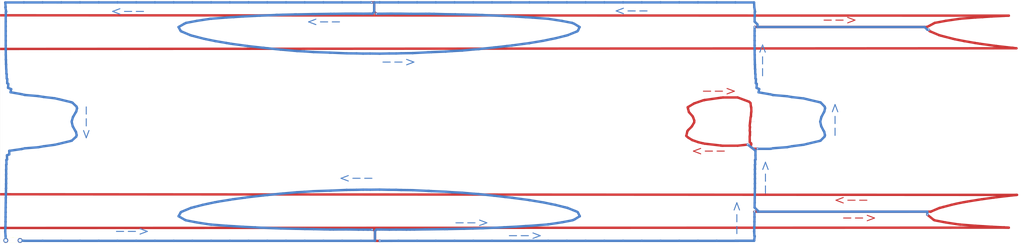
<source format=kicad_pcb>
(kicad_pcb (version 20240108) (generator "pcbnew") (generator_version "8.0")
  (layers (0 "F.Cu" signal) (31 "B.Cu" signal) (34 "B.Paste" user) (35 "F.Paste" user) (36 "B.SilkS" user "B.Silkscreen") (37 "F.SilkS" user "F.Silkscreen") (38 "B.Mask" user) (39 "F.Mask" user) (44 "Edge.Cuts" user))
  (net 0 "")
  (footprint "Edge.Cuts" (layer "F.Cu") (at 0 0)
    (property "Reference" "Edge.Cuts")
    (property "Value" "")
    (fp_line (start -1573 -255) (end -1573 255) (stroke (width 0.15)) (layer "Edge.Cuts"))
    (fp_line (start -1573 255) (end 1573 255) (stroke (width 0.15)) (layer "Edge.Cuts"))
    (fp_line (start 1573 -255) (end -1573 -255) (stroke (width 0.15)) (layer "Edge.Cuts"))
    (fp_line (start 1573 255) (end 1573 -255) (stroke (width 0.15)) (layer "Edge.Cuts"))
  )
  (footprint "Connector:Banana_Jack_2Pin" (layer "F.Cu") (at -1560.9316 249.2248)
    (property "Reference" "REF**")
    (property "Value" "Banana_Jack_2Pin")
  )
  (gr_text "-->" (at -104 -74 180) (layer "F.Cu") (effects (font (size 20 20) (thickness 2)) (justify left bottom mirror)))
  (gr_text "-->" (at 781 -250 180) (layer "F.Cu") (effects (font (size 20 20) (thickness 2)) (justify left bottom mirror)))
  (gr_text "-->" (at 251 175 0) (layer "F.Cu") (effects (font (size 20 20) (thickness 2)) (justify left bottom mirror)))
  (gr_text "-->" (at 190 192 180) (layer "F.Cu") (effects (font (size 20 20) (thickness 2)) (justify left bottom mirror)))
  (gr_text "-->" (at 1511 125 -90) (layer "F.Cu") (effects (font (size 20 20) (thickness 2)) (justify left bottom mirror)))
  (gr_text "-->" (at 855 219 0) (layer "F.Cu") (effects (font (size 20 20) (thickness 2)) (justify left bottom mirror)))
  (gr_text "-->" (at 149 -223 180) (layer "F.Cu") (effects (font (size 20 20) (thickness 2)) (justify left bottom mirror)))
  (gr_text "-->" (at -48 72 0) (layer "F.Cu") (effects (font (size 20 20) (thickness 2)) (justify left bottom mirror)))
  (gr_text "-->" (at 763 -163 0) (layer "F.Cu") (effects (font (size 20 20) (thickness 2)) (justify left bottom mirror)))
  (gr_text "-->" (at 584 121 180) (layer "F.Cu") (effects (font (size 20 20) (thickness 2)) (justify left bottom mirror)))
  (gr_text "-->" (at 1270 168 180) (layer "F.Cu") (effects (font (size 20 20) (thickness 2)) (justify left bottom mirror)))
  (gr_text "-->" (at 1412 225 0) (layer "F.Cu") (effects (font (size 20 20) (thickness 2)) (justify left bottom mirror)))
  (gr_text "-->" (at -623 202 180) (layer "B.Cu") (effects (font (size 20 20) (thickness 2)) (justify left bottom mirror)))
  (gr_text "-->" (at -855 -199 0) (layer "B.Cu") (effects (font (size 20 20) (thickness 2)) (justify left bottom mirror)))
  (gr_text "-->" (at 16 -90 270) (layer "B.Cu") (effects (font (size 20 20) (thickness 2)) (justify left bottom mirror)))
  (gr_text "-->" (at -776 -135 180) (layer "B.Cu") (effects (font (size 20 20) (thickness 2)) (justify left bottom mirror)))
  (gr_text "-->" (at -1335 220 180) (layer "B.Cu") (effects (font (size 20 20) (thickness 2)) (justify left bottom mirror)))
  (gr_text "-->" (at 22 156 270) (layer "B.Cu") (effects (font (size 20 20) (thickness 2)) (justify left bottom mirror)))
  (gr_text "-->" (at 1529 -67 0) (layer "B.Cu") (effects (font (size 20 20) (thickness 2)) (justify left bottom mirror)))
  (gr_text "-->" (at -38 241 270) (layer "B.Cu") (effects (font (size 20 20) (thickness 2)) (justify left bottom mirror)))
  (gr_text "-->" (at -1382 -37 90) (layer "B.Cu") (effects (font (size 20 20) (thickness 2)) (justify left bottom mirror)))
  (gr_text "-->" (at 168 35 -90) (layer "B.Cu") (effects (font (size 20 20) (thickness 2)) (justify left bottom mirror)))
  (gr_text "-->" (at -1266 -221 0) (layer "B.Cu") (effects (font (size 20 20) (thickness 2)) (justify left bottom mirror)))
  (gr_text "-->" (at -210 -222 0) (layer "B.Cu") (effects (font (size 20 20) (thickness 2)) (justify left bottom mirror)))
  (gr_text "-->" (at -787 129 0) (layer "B.Cu") (effects (font (size 20 20) (thickness 2)) (justify left bottom mirror)))
  (gr_text "-->" (at -511 229 180) (layer "B.Cu") (effects (font (size 20 20) (thickness 2)) (justify left bottom mirror)))
  (segment (start -128.33 -20.276) (end -130.06 -26.52) (width 5) (layer "F.Cu") (net 0))
  (segment (start 691.34 226.1621) (end 688.89 226.15) (width 5) (layer "F.Cu") (net 0))
  (segment (start 2.1844 45.7708) (end 2.1844 48.6156) (width 5) (layer "F.Cu") (net 0))
  (segment (start -116.96 -2.013) (end -119.2 -8.32) (width 5) (layer "F.Cu") (net 0))
  (segment (start 991.6 151.2941) (end 1001.74 151.89) (width 5) (layer "F.Cu") (net 0))
  (segment (start 655.33 145.8353) (end 688.14 144.77) (width 5) (layer "F.Cu") (net 0))
  (segment (start 441.03 -215.8483) (end 472.98 -218.39) (width 5) (layer "F.Cu") (net 0))
  (segment (start -121.39 38.6485) (end -130.06 33.31) (width 5) (layer "F.Cu") (net 0))
  (segment (start 1208.66 -189.7655) (end 1207.66 -189.07) (width 5) (layer "F.Cu") (net 0))
  (segment (start 1001.74 151.8909) (end 1033.61 155.34) (width 5) (layer "F.Cu") (net 0))
  (segment (start -0.2 21.1595) (end -0.33 28.82) (width 5) (layer "F.Cu") (net 0))
  (segment (start 1201.91 -205.2331) (end 1212.36 -198.37) (width 5) (layer "F.Cu") (net 0))
  (segment (start 634.96 -147.2488) (end 620.69 -148.01) (width 5) (layer "F.Cu") (net 0))
  (segment (start 396.79 181.16) (end 378.98 188.7058) (width 5) (layer "F.Cu") (net 0))
  (segment (start 379.0026 188.7058) (end 379.0188 188.722) (width 5) (layer "F.Cu") (net 0))
  (segment (start -61.55 50.1003) (end -95.42 46.18) (width 5) (layer "F.Cu") (net 0))
  (segment (start 1212.79 198.3704) (end 1212.3928 198.5772) (width 5) (layer "F.Cu") (net 0))
  (segment (start 838.72 143.3453) (end 863.18 143.65) (width 5) (layer "F.Cu") (net 0))
  (segment (start -98.79 -44.5553) (end -96.33 -45.12) (width 5) (layer "F.Cu") (net 0))
  (segment (start 656.75 -225.5398) (end 691.11 -226) (width 5) (layer "F.Cu") (net 0))
  (segment (start 551.41 154.5533) (end 559.75 153.65) (width 5) (layer "F.Cu") (net 0))
  (segment (start 932.46 146.8878) (end 945.12 147.96) (width 5) (layer "F.Cu") (net 0))
  (segment (start 379 -188.7127) (end 376.36 -189.77) (width 5) (layer "F.Cu") (net 0))
  (segment (start 971.59 224.6592) (end 969.35 224.69) (width 5) (layer "F.Cu") (net 0))
  (segment (start 371.03 -198.3704) (end 384.5 -205.6) (width 5) (layer "F.Cu") (net 0))
  (segment (start 1187.88 -181.1606) (end 1187.18 -180.87) (width 5) (layer "F.Cu") (net 0))
  (segment (start 511.25 159.291) (end 516.77 158.54) (width 5) (layer "F.Cu") (net 0))
  (segment (start 759.26 142.6024) (end 773.68 142.72) (width 5) (layer "F.Cu") (net 0))
  (segment (start 9.2964 188.8236) (end 9.144 188.8236) (width 5) (layer "F.Cu") (net 0))
  (segment (start 793.9 -142.5434) (end 773.25 -142.78) (width 5) (layer "F.Cu") (net 0))
  (segment (start 995.05 -224.0117) (end 1008.72 -223.58) (width 5) (layer "F.Cu") (net 0))
  (segment (start 1108.53 164.6586) (end 1109.52 164.89) (width 5) (layer "F.Cu") (net 0))
  (segment (start -121.34 8.6414) (end -117.44 1.94) (width 5) (layer "F.Cu") (net 0))
  (segment (start 2.67 -20.7712) (end 2.16 -19.16) (width 5) (layer "F.Cu") (net 0))
  (segment (start -130.06 -30.5564) (end -117.59 -38.08) (width 5) (layer "F.Cu") (net 0))
  (segment (start 894.83 -145.3732) (end 863.18 -143.74) (width 5) (layer "F.Cu") (net 0))
  (segment (start 1210.59 191.85) (end 1560.4528 191.85) (width 5) (layer "F.Cu") (net 0))
  (segment (start -5.03 48.1724) (end -26.14 50.45) (width 5) (layer "F.Cu") (net 0))
  (segment (start 965.84 -224.6997) (end 970.21 -224.64) (width 5) (layer "F.Cu") (net 0))
  (segment (start -788.3144 -230.632) (end -788.3144 -230.886) (width 5) (layer "F.Cu") (net 0))
  (segment (start 2.36 -29.1876) (end 2.67 -20.77) (width 5) (layer "F.Cu") (net 0))
  (segment (start 429.67 -172.7076) (end 424.13 -174.1) (width 5) (layer "F.Cu") (net 0))
  (segment (start -0.01 1.1331) (end -0.84 8.75) (width 5) (layer "F.Cu") (net 0))
  (segment (start 376.36 -189.7655) (end 374.904 -192.5828) (width 5) (layer "F.Cu") (net 0))
  (segment (start -95.42 -45.3108) (end -61.68 -50.12) (width 5) (layer "F.Cu") (net 0))
  (segment (start 653.22 -225.4977) (end 656.75 -225.54) (width 5) (layer "F.Cu") (net 0))
  (segment (start 1044.13 -222.1448) (end 1054.73 -221.55) (width 5) (layer "F.Cu") (net 0))
  (segment (start 1072.2 159.7738) (end 1107.62 164.49) (width 5) (layer "F.Cu") (net 0))
  (segment (start 692.25 144.6153) (end 724.62 143.25) (width 5) (layer "F.Cu") (net 0))
  (segment (start 849.57 226.4838) (end 828.48 226.35) (width 5) (layer "F.Cu") (net 0))
  (segment (start -131.33 19.8335) (end -130.06 17.88) (width 5) (layer "F.Cu") (net 0))
  (segment (start 542.63 222.3176) (end 532.83 221.78) (width 5) (layer "F.Cu") (net 0))
  (segment (start 1036.39 -155.6735) (end 1033.06 -155.41) (width 5) (layer "F.Cu") (net 0))
  (segment (start 859.74 -226.058) (end 890.03 -226.18) (width 5) (layer "F.Cu") (net 0))
  (segment (start 1162.03 174.5508) (end 1183.38 179.87) (width 5) (layer "F.Cu") (net 0))
  (segment (start 655.33 -145.8911) (end 634.96 -147.25) (width 5) (layer "F.Cu") (net 0))
  (segment (start -95.42 46.1824) (end -98.89 45.46) (width 5) (layer "F.Cu") (net 0))
  (segment (start 902.07 -145.7198) (end 897.82 -145.45) (width 5) (layer "F.Cu") (net 0))
  (segment (start 590.2 150.6877) (end 620.69 147.99) (width 5) (layer "F.Cu") (net 0))
  (segment (start 1152.65 172.8112) (end 1162.03 174.55) (width 5) (layer "F.Cu") (net 0))
  (segment (start 551.41 -154.6206) (end 549.87 -154.8) (width 5) (layer "F.Cu") (net 0))
  (segment (start -788.3144 -249.9868) (end -788.2636 -250.0376) (width 5) (layer "F.Cu") (net 0))
  (segment (start 945.12 147.9629) (end 967.1 149.04) (width 5) (layer "F.Cu") (net 0))
  (segment (start 615.65 -224.8083) (end 618.58 -224.85) (width 5) (layer "F.Cu") (net 0))
  (segment (start 759.26 -142.6529) (end 744.33 -143.04) (width 5) (layer "F.Cu") (net 0))
  (segment (start 1.91 -30.8736) (end 2.36 -29.19) (width 5) (layer "F.Cu") (net 0))
  (segment (start 1079.23 220.3756) (end 1054.57 221.62) (width 5) (layer "F.Cu") (net 0))
  (segment (start -783.7424 -226.06) (end -788.3144 -230.632) (width 5) (layer "F.Cu") (net 0))
  (segment (start 1079.17 -220.3526) (end 1099.71 -219.02) (width 5) (layer "F.Cu") (net 0))
  (segment (start -117.59 -38.0803) (end -98.79 -44.56) (width 5) (layer "F.Cu") (net 0))
  (segment (start -96.33 -45.1188) (end -95.42 -45.31) (width 5) (layer "F.Cu") (net 0))
  (segment (start 399.5 180.4671) (end 405.01 179.03) (width 5) (layer "F.Cu") (net 0))
  (segment (start 1109.52 164.895) (end 1138.02 169.62) (width 5) (layer "F.Cu") (net 0))
  (segment (start 1036.39 155.5648) (end 1055.62 157.99) (width 5) (layer "F.Cu") (net 0))
  (segment (start 1560.6776 47.6504) (end 1560.6776 47.6504) (width 5) (layer "F.Cu") (net 0))
  (segment (start 1212.3928 198.5772) (end 1202.1 205.31) (width 5) (layer "F.Cu") (net 0))
  (segment (start 1161.86 -174.6235) (end 1151.35 -172.7) (width 5) (layer "F.Cu") (net 0))
  (segment (start 399.51 -180.4689) (end 396.81 -181.16) (width 5) (layer "F.Cu") (net 0))
  (segment (start -0.77 18.7624) (end -0.2 21.16) (width 5) (layer "F.Cu") (net 0))
  (segment (start 728 226.0876) (end 696.19 226.23) (width 5) (layer "F.Cu") (net 0))
  (segment (start 1071.03 -159.601) (end 1057.85 -158.3) (width 5) (layer "F.Cu") (net 0))
  (segment (start 532.83 221.7799) (end 507.3 220.54) (width 5) (layer "F.Cu") (net 0))
  (segment (start 889.18 225.9722) (end 865.8 226.36) (width 5) (layer "F.Cu") (net 0))
  (segment (start 511.62 -159.2474) (end 482.34 -163.27) (width 5) (layer "F.Cu") (net 0))
  (segment (start 897.82 -145.4451) (end 894.83 -145.37) (width 5) (layer "F.Cu") (net 0))
  (segment (start 532.82 -221.7752) (end 542.66 -222.3) (width 5) (layer "F.Cu") (net 0))
  (segment (start 1054.73 -221.5534) (end 1079.17 -220.35) (width 5) (layer "F.Cu") (net 0))
  (segment (start 967.1 149.042) (end 991.6 151.29) (width 5) (layer "F.Cu") (net 0))
  (segment (start -98.89 45.4587) (end -108.28 43.26) (width 5) (layer "F.Cu") (net 0))
  (segment (start 1151.35 -172.7031) (end 1136.6 -169.49) (width 5) (layer "F.Cu") (net 0))
  (segment (start 441.16 215.9093) (end 439.88 215.82) (width 5) (layer "F.Cu") (net 0))
  (segment (start 516.77 -158.5558) (end 511.62 -159.25) (width 5) (layer "F.Cu") (net 0))
  (segment (start -0.7 38.77) (end -0.7 42.8864) (width 5) (layer "F.Cu") (net 0))
  (segment (start 1011.31 223.4938) (end 1008.63 223.61) (width 5) (layer "F.Cu") (net 0))
  (segment (start 865.8 226.3583) (end 857.6 226.39) (width 5) (layer "F.Cu") (net 0))
  (segment (start 576.6 223.6536) (end 542.63 222.32) (width 5) (layer "F.Cu") (net 0))
  (segment (start -130.06 33.3127) (end -133.37 30.44) (width 5) (layer "F.Cu") (net 0))
  (segment (start 0.21 -1.1039) (end -0.01 1.13) (width 5) (layer "F.Cu") (net 0))
  (segment (start 759.48 -226.3857) (end 772.01 -226.51) (width 5) (layer "F.Cu") (net 0))
  (segment (start 477.85 -163.9845) (end 471.65 -164.95) (width 5) (layer "F.Cu") (net 0))
  (segment (start 967.1 -149.0027) (end 945.23 -147.95) (width 5) (layer "F.Cu") (net 0))
  (segment (start 1207.66 -189.0708) (end 1187.88 -181.16) (width 5) (layer "F.Cu") (net 0))
  (segment (start 718.95 -226.402) (end 730.3 -226.44) (width 5) (layer "F.Cu") (net 0))
  (segment (start 1187.25 180.7825) (end 1188.19 181.16) (width 5) (layer "F.Cu") (net 0))
  (segment (start 578.66 223.7427) (end 576.6 223.65) (width 5) (layer "F.Cu") (net 0))
  (segment (start 437.02 215.5803) (end 410.27 211.44) (width 5) (layer "F.Cu") (net 0))
  (segment (start 1.78 -10.8905) (end 1.02 -9.01) (width 5) (layer "F.Cu") (net 0))
  (segment (start 405.01 179.0293) (end 422.43 174.48) (width 5) (layer "F.Cu") (net 0))
  (segment (start 812.94 -142.9487) (end 793.9 -142.54) (width 5) (layer "F.Cu") (net 0))
  (segment (start 1033.61 155.3436) (end 1036.39 155.56) (width 5) (layer "F.Cu") (net 0))
  (segment (start 1147.42 -215.6277) (end 1147.81 -215.58) (width 5) (layer "F.Cu") (net 0))
  (segment (start -0.92 31.2579) (end -0.7 38.77) (width 5) (layer "F.Cu") (net 0))
  (segment (start 433.39 171.8769) (end 447.32 169.12) (width 5) (layer "F.Cu") (net 0))
  (segment (start 9.144 188.976) (end 9.2964 188.8236) (width 5) (layer "F.Cu") (net 0))
  (segment (start 1107.61 -164.5629) (end 1107.45 -164.55) (width 5) (layer "F.Cu") (net 0))
  (segment (start 507.31 -220.5378) (end 532.82 -221.78) (width 5) (layer "F.Cu") (net 0))
  (segment (start 1113.64 -218.22) (end 1147.16 -215.65) (width 5) (layer "F.Cu") (net 0))
  (segment (start -0.7 42.8864) (end 2.1844 45.7708) (width 5) (layer "F.Cu") (net 0))
  (segment (start 1188.19 181.1606) (end 1207.85 188.98) (width 5) (layer "F.Cu") (net 0))
  (segment (start 589.14 -224.1852) (end 615.65 -224.81) (width 5) (layer "F.Cu") (net 0))
  (segment (start 1184 -180.1193) (end 1161.86 -174.62) (width 5) (layer "F.Cu") (net 0))
  (segment (start 989.2 224.1852) (end 971.59 224.66) (width 5) (layer "F.Cu") (net 0))
  (segment (start 730.3 -226.4399) (end 737.13 -226.53) (width 5) (layer "F.Cu") (net 0))
  (segment (start 744.32 143.0345) (end 759.26 142.6) (width 5) (layer "F.Cu") (net 0))
  (segment (start 930.59 225.4248) (end 896.52 225.94) (width 5) (layer "F.Cu") (net 0))
  (segment (start 895.63 145.272) (end 897.82 145.32) (width 5) (layer "F.Cu") (net 0))
  (segment (start 816.84 -226.5149) (end 828.02 -226.42) (width 5) (layer "F.Cu") (net 0))
  (segment (start -60.78 50.2114) (end -61.55 50.1) (width 5) (layer "F.Cu") (net 0))
  (segment (start 586.05 151.022) (end 590.2 150.69) (width 5) (layer "F.Cu") (net 0))
  (segment (start 935.4 225.3631) (end 930.59 225.42) (width 5) (layer "F.Cu") (net 0))
  (segment (start 1033.06 -155.4122) (end 1001.74 -152.04) (width 5) (layer "F.Cu") (net 0))
  (segment (start 447.32 169.1236) (end 455.73 167.62) (width 5) (layer "F.Cu") (net 0))
  (segment (start 836.7 -226.4658) (end 859.74 -226.06) (width 5) (layer "F.Cu") (net 0))
  (segment (start 692.24 -144.6171) (end 689.98 -144.69) (width 5) (layer "F.Cu") (net 0))
  (segment (start 772.01 -226.5056) (end 793.9 -226.24) (width 5) (layer "F.Cu") (net 0))
  (segment (start 1207.85 188.9765) (end 1209 189.77) (width 5) (layer "F.Cu") (net 0))
  (segment (start 590.35 -150.7119) (end 586.05 -151.06) (width 5) (layer "F.Cu") (net 0))
  (segment (start 1197.54 206.9754) (end 1176 211.17) (width 5) (layer "F.Cu") (net 0))
  (segment (start 422.43 174.4824) (end 433.39 171.88) (width 5) (layer "F.Cu") (net 0))
  (segment (start 15.3416 56.7944) (end 15.5448 56.9976) (width 5) (layer "F.Cu") (net 0))
  (segment (start 969.35 224.693) (end 935.4 225.36) (width 5) (layer "F.Cu") (net 0))
  (segment (start 932.35 -225.3191) (end 951.53 -225.03) (width 5) (layer "F.Cu") (net 0))
  (segment (start 773.25 -142.7804) (end 759.26 -142.65) (width 5) (layer "F.Cu") (net 0))
  (segment (start 578.73 -223.7941) (end 589.14 -224.19) (width 5) (layer "F.Cu") (net 0))
  (segment (start 724.62 -143.1894) (end 692.24 -144.62) (width 5) (layer "F.Cu") (net 0))
  (segment (start 970.21 -224.6374) (end 995.05 -224.01) (width 5) (layer "F.Cu") (net 0))
  (segment (start 386.86 206.9754) (end 384.54 205.58) (width 5) (layer "F.Cu") (net 0))
  (segment (start 617.86 224.7521) (end 586.07 224.05) (width 5) (layer "F.Cu") (net 0))
  (segment (start 759.77 226.4328) (end 749.27 226.48) (width 5) (layer "F.Cu") (net 0))
  (segment (start -130.06 17.8751) (end -123.05 11.1) (width 5) (layer "F.Cu") (net 0))
  (segment (start 744.33 -143.037) (end 724.62 -143.19) (width 5) (layer "F.Cu") (net 0))
  (segment (start 991.12 -151.3578) (end 967.1 -149) (width 5) (layer "F.Cu") (net 0))
  (segment (start 945.23 -147.9457) (end 932.46 -146.88) (width 5) (layer "F.Cu") (net 0))
  (segment (start -0.25 11.1665) (end -0.77 18.76) (width 5) (layer "F.Cu") (net 0))
  (segment (start 1212.36 -198.3704) (end 1210.04 -191.59) (width 5) (layer "F.Cu") (net 0))
  (segment (start 689.98 -144.688) (end 688.19 -144.78) (width 5) (layer "F.Cu") (net 0))
  (segment (start 901.03 145.5467) (end 932.46 146.89) (width 5) (layer "F.Cu") (net 0))
  (segment (start 1560.4528 191.85) (end 1560.6776 191.8716) (width 5) (layer "F.Cu") (net 0))
  (segment (start -788.2636 -250.0376) (end -793.9532 -250.0376) (width 5) (layer "F.Cu") (net 0))
  (segment (start -786.7396 250.0884) (end -776.5796 250.0884) (width 5) (layer "F.Cu") (net 0))
  (segment (start 487.78 219.2726) (end 472.93 218.41) (width 5) (layer "F.Cu") (net 0))
  (segment (start 1183.38 179.8697) (end 1187.25 180.78) (width 5) (layer "F.Cu") (net 0))
  (segment (start 688.14 144.7696) (end 689.98 144.68) (width 5) (layer "F.Cu") (net 0))
  (segment (start -0.33 28.823) (end -0.92 31.26) (width 5) (layer "F.Cu") (net 0))
  (segment (start -61.68 -50.1182) (end -60.78 -50.27) (width 5) (layer "F.Cu") (net 0))
  (segment (start 1202.1 205.3086) (end 1197.54 206.98) (width 5) (layer "F.Cu") (net 0))
  (segment (start 516.77 158.5405) (end 549.6 154.77) (width 5) (layer "F.Cu") (net 0))
  (segment (start 410.35 -211.4016) (end 441.03 -215.8483) (width 5) (layer "F.Cu") (net 0))
  (segment (start -133.37 30.4382) (end -133.72 29.52) (width 5) (layer "F.Cu") (net 0))
  (segment (start 828.54 142.9434) (end 838.72 143.35) (width 5) (layer "F.Cu") (net 0))
  (segment (start 2.1844 48.6156) (end -0.5588 51.3588) (width 5) (layer "F.Cu") (net 0))
  (segment (start -0.5588 51.3588) (end 6.4516 56.7944) (width 5) (layer "F.Cu") (net 0))
  (segment (start -793.9532 -250.0376) (end -794.0548 -250.0376) (width 5) (layer "F.Cu") (net 0))
  (segment (start 907.21 -225.9599) (end 932.35 -225.32) (width 5) (layer "F.Cu") (net 0))
  (segment (start 1107.62 164.4868) (end 1108.53 164.66) (width 5) (layer "F.Cu") (net 0))
  (segment (start -788.3144 -230.886) (end -788.3144 -249.9868) (width 5) (layer "F.Cu") (net 0))
  (segment (start 1011.38 -223.4605) (end 1044.13 -222.14) (width 5) (layer "F.Cu") (net 0))
  (segment (start 688.89 226.1478) (end 676.9 226) (width 5) (layer "F.Cu") (net 0))
  (segment (start 737.13 -226.5322) (end 759.48 -226.39) (width 5) (layer "F.Cu") (net 0))
  (segment (start -131.56 20.1972) (end -131.33 19.83) (width 5) (layer "F.Cu") (net 0))
  (segment (start 1197.27 -206.9754) (end 1201.91 -205.23) (width 5) (layer "F.Cu") (net 0))
  (segment (start 472.93 218.413) (end 441.16 215.91) (width 5) (layer "F.Cu") (net 0))
  (segment (start 586.05 -151.0567) (end 558.6 -153.83) (width 5) (layer "F.Cu") (net 0))
  (segment (start -130.06 -26.5153) (end -130.73 -29.91) (width 5) (layer "F.Cu") (net 0))
  (segment (start 773.68 142.7163) (end 793.9 142.47) (width 5) (layer "F.Cu") (net 0))
  (segment (start 896.52 225.9368) (end 889.18 225.97) (width 5) (layer "F.Cu") (net 0))
  (segment (start 1107.85 -164.6062) (end 1107.61 -164.56) (width 5) (layer "F.Cu") (net 0))
  (segment (start 378.98 188.7058) (end 379.0026 188.7058) (width 5) (layer "F.Cu") (net 0))
  (segment (start 863.18 -143.7411) (end 838.47 -143.38) (width 5) (layer "F.Cu") (net 0))
  (segment (start 386.83 -206.9754) (end 410.35 -211.4) (width 5) (layer "F.Cu") (net 0))
  (segment (start 384.54 205.5833) (end 371.6528 195.2244) (width 5) (layer "F.Cu") (net 0))
  (segment (start -133.72 29.5154) (end -131.56 20.2) (width 5) (layer "F.Cu") (net 0))
  (segment (start 688.19 -144.7754) (end 655.33 -145.89) (width 5) (layer "F.Cu") (net 0))
  (segment (start 472.98 -218.3901) (end 487.74 -219.26) (width 5) (layer "F.Cu") (net 0))
  (segment (start 371.6528 195.2244) (end 371.6528 195.2752) (width 5) (layer "F.Cu") (net 0))
  (segment (start 374.904 -192.5828) (end 375.01 -192.5) (width 5) (layer "F.Cu") (net 0))
  (segment (start 838.47 -143.3844) (end 828.54 -142.96) (width 5) (layer "F.Cu") (net 0))
  (segment (start 1113.55 218.1769) (end 1099.78 218.99) (width 5) (layer "F.Cu") (net 0))
  (segment (start 507.3 220.5382) (end 487.78 219.27) (width 5) (layer "F.Cu") (net 0))
  (segment (start 1560.7792 47.6504) (end 1560.7792 47.752) (width 5) (layer "F.Cu") (net 0))
  (segment (start 813.43 226.4751) (end 793.9 226.23) (width 5) (layer "F.Cu") (net 0))
  (segment (start 406.94 -178.5003) (end 399.51 -180.47) (width 5) (layer "F.Cu") (net 0))
  (segment (start 691.11 -225.9969) (end 698.07 -226.02) (width 5) (layer "F.Cu") (net 0))
  (segment (start 379.0188 188.722) (end 9.144 188.8236) (width 5) (layer "F.Cu") (net 0))
  (segment (start 863.18 143.646) (end 895.63 145.27) (width 5) (layer "F.Cu") (net 0))
  (segment (start 1071.03 159.5664) (end 1072.2 159.77) (width 5) (layer "F.Cu") (net 0))
  (segment (start 1099.78 218.9927) (end 1079.23 220.38) (width 5) (layer "F.Cu") (net 0))
  (segment (start 1107.45 -164.5452) (end 1102.61 -163.99) (width 5) (layer "F.Cu") (net 0))
  (segment (start 1209 189.7655) (end 1210.59 191.85) (width 5) (layer "F.Cu") (net 0))
  (segment (start 1147.39 215.5482) (end 1147.29 215.57) (width 5) (layer "F.Cu") (net 0))
  (segment (start -60.78 -50.2707) (end -56.7 -50.65) (width 5) (layer "F.Cu") (net 0))
  (segment (start 1147.29 215.565) (end 1147.14 215.58) (width 5) (layer "F.Cu") (net 0))
  (segment (start 1054.57 221.624) (end 1044.27 222.2) (width 5) (layer "F.Cu") (net 0))
  (segment (start 898.59 -226.0986) (end 907.21 -225.96) (width 5) (layer "F.Cu") (net 0))
  (segment (start 384.5 -205.598) (end 386.83 -206.98) (width 5) (layer "F.Cu") (net 0))
  (segment (start 549.6 154.7706) (end 551.41 154.55) (width 5) (layer "F.Cu") (net 0))
  (segment (start 485.87 162.7845) (end 511.25 159.29) (width 5) (layer "F.Cu") (net 0))
  (segment (start 793.9 -226.2428) (end 816.84 -226.51) (width 5) (layer "F.Cu") (net 0))
  (segment (start 424.13 -174.0999) (end 406.94 -178.5) (width 5) (layer "F.Cu") (net 0))
  (segment (start 455.73 167.6159) (end 479.58 163.74) (width 5) (layer "F.Cu") (net 0))
  (segment (start 1057.85 -158.3025) (end 1036.39 -155.67) (width 5) (layer "F.Cu") (net 0))
  (segment (start 951.53 -225.0319) (end 965.84 -224.7) (width 5) (layer "F.Cu") (net 0))
  (segment (start 618.58 -224.8509) (end 653.22 -225.5) (width 5) (layer "F.Cu") (net 0))
  (segment (start 410.27 211.4379) (end 386.86 206.98) (width 5) (layer "F.Cu") (net 0))
  (segment (start 1008.63 223.613) (end 989.2 224.19) (width 5) (layer "F.Cu") (net 0))
  (segment (start 471.65 -164.954) (end 449.26 -168.86) (width 5) (layer "F.Cu") (net 0))
  (segment (start 2.16 -19.1601) (end 1.78 -10.89) (width 5) (layer "F.Cu") (net 0))
  (segment (start -120.73 -11.4516) (end -128.01 -19.67) (width 5) (layer "F.Cu") (net 0))
  (segment (start 1001.74 -152.0437) (end 991.12 -151.36) (width 5) (layer "F.Cu") (net 0))
  (segment (start 1008.72 -223.5829) (end 1011.38 -223.46) (width 5) (layer "F.Cu") (net 0))
  (segment (start -56.7 -50.6489) (end -26.14 -50.68) (width 5) (layer "F.Cu") (net 0))
  (segment (start 1176 211.1701) (end 1147.39 215.55) (width 5) (layer "F.Cu") (net 0))
  (segment (start -1.8178 -41.6178) (end 0.82 -38.98) (width 5) (layer "F.Cu") (net 0))
  (segment (start 9.6012 -198.4756) (end 9.5504 -198.5264) (width 5) (layer "F.Cu") (net 0))
  (segment (start 1136.6 -169.4854) (end 1107.85 -164.61) (width 5) (layer "F.Cu") (net 0))
  (segment (start 698.07 -226.0239) (end 718.95 -226.4) (width 5) (layer "F.Cu") (net 0))
  (segment (start -123.05 11.0982) (end -121.34 8.64) (width 5) (layer "F.Cu") (net 0))
  (segment (start 0.82 -38.98) (end 1.91 -30.87) (width 5) (layer "F.Cu") (net 0))
  (segment (start 558.6 -153.829) (end 551.41 -154.62) (width 5) (layer "F.Cu") (net 0))
  (segment (start -119.2 -8.3198) (end -120.73 -11.45) (width 5) (layer "F.Cu") (net 0))
  (segment (start 724.62 143.2485) (end 744.32 143.03) (width 5) (layer "F.Cu") (net 0))
  (segment (start 371.03 -198.4624) (end 371.0432 -198.4756) (width 5) (layer "F.Cu") (net 0))
  (segment (start 1147.14 215.5803) (end 1113.55 218.18) (width 5) (layer "F.Cu") (net 0))
  (segment (start 576.72 -223.7018) (end 578.73 -223.79) (width 5) (layer "F.Cu") (net 0))
  (segment (start 449.26 -168.8554) (end 429.67 -172.71) (width 5) (layer "F.Cu") (net 0))
  (segment (start 542.66 -222.3031) (end 576.72 -223.7) (width 5) (layer "F.Cu") (net 0))
  (segment (start 793.9 226.23) (end 768.61 226.52) (width 5) (layer "F.Cu") (net 0))
  (segment (start 857.6 226.392) (end 849.57 226.48) (width 5) (layer "F.Cu") (net 0))
  (segment (start 1560.6776 191.8716) (end 1560.6776 47.6504) (width 5) (layer "F.Cu") (net 0))
  (segment (start 828.48 226.3465) (end 813.43 226.48) (width 5) (layer "F.Cu") (net 0))
  (segment (start 768.61 226.5218) (end 759.77 226.43) (width 5) (layer "F.Cu") (net 0))
  (segment (start 896.42 -226.113) (end 898.59 -226.1) (width 5) (layer "F.Cu") (net 0))
  (segment (start 549.87 -154.8046) (end 516.77 -158.56) (width 5) (layer "F.Cu") (net 0))
  (segment (start 932.46 -146.884) (end 902.07 -145.72) (width 5) (layer "F.Cu") (net 0))
  (segment (start 655.42 225.4169) (end 635.98 225.18) (width 5) (layer "F.Cu") (net 0))
  (segment (start -57.43 50.5346) (end -60.78 50.21) (width 5) (layer "F.Cu") (net 0))
  (segment (start 1560.7792 47.752) (end 1560.6268 47.5996) (width 5) (layer "F.Cu") (net 0))
  (segment (start 9.144 188.8236) (end 9.144 188.976) (width 5) (layer "F.Cu") (net 0))
  (segment (start -26.14 50.45) (end -57.43 50.53) (width 5) (layer "F.Cu") (net 0))
  (segment (start 793.9 142.4703) (end 812.62 142.9) (width 5) (layer "F.Cu") (net 0))
  (segment (start 1138.02 169.6152) (end 1152.65 172.81) (width 5) (layer "F.Cu") (net 0))
  (segment (start 676.9 226.0043) (end 655.42 225.42) (width 5) (layer "F.Cu") (net 0))
  (segment (start -130.67 -30.0797) (end -130.06 -30.56) (width 5) (layer "F.Cu") (net 0))
  (segment (start 1147.16 -215.6457) (end 1147.42 -215.63) (width 5) (layer "F.Cu") (net 0))
  (segment (start 634.8 147.2255) (end 655.33 145.84) (width 5) (layer "F.Cu") (net 0))
  (segment (start 371.0432 -198.4756) (end 9.6012 -198.4756) (width 5) (layer "F.Cu") (net 0))
  (segment (start 1099.71 -219.0208) (end 1113.64 -218.22) (width 5) (layer "F.Cu") (net 0))
  (segment (start 828.54 -142.96) (end 812.94 -142.95) (width 5) (layer "F.Cu") (net 0))
  (segment (start 1072.08 -159.7894) (end 1071.03 -159.6) (width 5) (layer "F.Cu") (net 0))
  (segment (start 479.58 163.7373) (end 485.87 162.78) (width 5) (layer "F.Cu") (net 0))
  (segment (start 487.74 -219.2573) (end 507.31 -220.54) (width 5) (layer "F.Cu") (net 0))
  (segment (start -0.84 8.7537) (end -0.25 11.17) (width 5) (layer "F.Cu") (net 0))
  (segment (start 1102.61 -163.991) (end 1072.08 -159.79) (width 5) (layer "F.Cu") (net 0))
  (segment (start -128.01 -19.6721) (end -128.33 -20.28) (width 5) (layer "F.Cu") (net 0))
  (segment (start 482.34 -163.2747) (end 477.85 -163.98) (width 5) (layer "F.Cu") (net 0))
  (segment (start 1.02 -9.0067) (end 0.21 -1.1) (width 5) (layer "F.Cu") (net 0))
  (segment (start 1187.18 -180.8735) (end 1184 -180.12) (width 5) (layer "F.Cu") (net 0))
  (segment (start 828.02 -226.42) (end 836.7 -226.47) (width 5) (layer "F.Cu") (net 0))
  (segment (start 371.03 -198.3704) (end 371.03 -198.4624) (width 5) (layer "F.Cu") (net 0))
  (segment (start 897.82 145.3239) (end 901.03 145.55) (width 5) (layer "F.Cu") (net 0))
  (segment (start 396.79 181.1606) (end 399.5 180.47) (width 5) (layer "F.Cu") (net 0))
  (segment (start 890.03 -226.1771) (end 896.42 -226.11) (width 5) (layer "F.Cu") (net 0))
  (segment (start 812.62 142.9027) (end 828.54 142.94) (width 5) (layer "F.Cu") (net 0))
  (segment (start 620.69 -148.0074) (end 590.35 -150.71) (width 5) (layer "F.Cu") (net 0))
  (segment (start 635.98 225.1796) (end 623.13 224.82) (width 5) (layer "F.Cu") (net 0))
  (segment (start 1147.81 -215.5803) (end 1176.05 -211.19) (width 5) (layer "F.Cu") (net 0))
  (segment (start 1055.62 157.9944) (end 1071.03 159.57) (width 5) (layer "F.Cu") (net 0))
  (segment (start 696.19 226.2276) (end 691.34 226.16) (width 5) (layer "F.Cu") (net 0))
  (segment (start -786.7396 229.616) (end -786.7396 250.0884) (width 5) (layer "F.Cu") (net 0))
  (segment (start -26.14 -50.68) (end -1.8178 -41.6178) (width 5) (layer "F.Cu") (net 0))
  (segment (start -789.8384 226.5172) (end -786.7396 229.616) (width 5) (layer "F.Cu") (net 0))
  (segment (start 1210.04 -191.5896) (end 1208.66 -189.77) (width 5) (layer "F.Cu") (net 0))
  (segment (start 1560.6776 47.6504) (end 1560.7792 47.6504) (width 5) (layer "F.Cu") (net 0))
  (segment (start -130.73 -29.912) (end -130.67 -30.08) (width 5) (layer "F.Cu") (net 0))
  (segment (start 559.75 153.6501) (end 586.05 151.02) (width 5) (layer "F.Cu") (net 0))
  (segment (start 439.88 215.8182) (end 437.02 215.58) (width 5) (layer "F.Cu") (net 0))
  (segment (start 396.81 -181.1606) (end 379 -188.71) (width 5) (layer "F.Cu") (net 0))
  (segment (start -117.44 1.9419) (end -116.96 -2.01) (width 5) (layer "F.Cu") (net 0))
  (segment (start 1176.05 -211.1914) (end 1197.27 -206.98) (width 5) (layer "F.Cu") (net 0))
  (segment (start 1044.27 222.2017) (end 1011.31 223.49) (width 5) (layer "F.Cu") (net 0))
  (segment (start 689.98 144.6818) (end 692.25 144.62) (width 5) (layer "F.Cu") (net 0))
  (segment (start -108.28 43.2597) (end -121.39 38.65) (width 5) (layer "F.Cu") (net 0))
  (segment (start 623.13 224.8197) (end 617.86 224.75) (width 5) (layer "F.Cu") (net 0))
  (segment (start 749.27 226.4821) (end 728 226.09) (width 5) (layer "F.Cu") (net 0))
  (segment (start -792.5816 226.5172) (end -789.8384 226.5172) (width 5) (layer "F.Cu") (net 0))
  (segment (start 620.69 147.9899) (end 634.8 147.23) (width 5) (layer "F.Cu") (net 0))
  (segment (start 6.4516 56.7944) (end 15.3416 56.7944) (width 5) (layer "F.Cu") (net 0))
  (segment (start 586.07 224.0511) (end 578.66 223.74) (width 5) (layer "F.Cu") (net 0))
  (via (at 9.6012 -198.374) (size 4) (drill 2) (layers "F.Cu" "B.Cu") (net 0))
  (via (at 9.144 188.8236) (size 4) (drill 2) (layers "F.Cu" "B.Cu") (net 0))
  (via (at -4.826 48.2092) (size 4) (drill 2) (layers "F.Cu" "B.Cu") (net 0))
  (via (at -792.5816 226.5172) (size 4) (drill 2) (layers "F.Cu" "B.Cu") (net 0))
  (via (at -776.3764 250.1392) (size 4) (drill 2) (layers "F.Cu" "B.Cu") (net 0))
  (via (at -793.9532 -250.0376) (size 4) (drill 2) (layers "F.Cu" "B.Cu") (net 0))
  (via (at 15.6972 56.9976) (size 4) (drill 2) (layers "F.Cu" "B.Cu") (net 0))
  (via (at -783.7424 -226.06) (size 4) (drill 2) (layers "F.Cu" "B.Cu") (net 0))
  (via (at 1212.3928 198.5772) (size 4) (drill 2) (layers "F.Cu" "B.Cu") (net 0))
  (via (at 371.6528 195.2244) (size 4) (drill 2) (layers "F.Cu" "B.Cu") (net 0))
  (via (at 374.904 -192.5828) (size 4) (drill 2) (layers "F.Cu" "B.Cu") (net 0))
  (via (at 1560.6776 47.6504) (size 4) (drill 2) (layers "F.Cu" "B.Cu") (net 0))
  (segment (start 1453.66 2.122) (end 1450.3 8.39) (width 5) (layer "B.Cu") (net 0))
  (segment (start 1509.58 -50.0521) (end 1475.37 -45.21) (width 5) (layer "B.Cu") (net 0))
  (segment (start -618.21 -225.0226) (end -638.45 -225.31) (width 5) (layer "B.Cu") (net 0))
  (segment (start -394.47 -211.1791) (end -423.02 -215.58) (width 5) (layer "B.Cu") (net 0))
  (segment (start 10.01 100.2432) (end 10.35 99.7) (width 5) (layer "B.Cu") (net 0))
  (segment (start -1561.37 190.1341) (end -1561.43 199.88) (width 5) (layer "B.Cu") (net 0))
  (segment (start -1447.61 -46.5628) (end -1423.73 -40.78) (width 5) (layer "B.Cu") (net 0))
  (segment (start -979.99 -150.712) (end -950.1 -148.01) (width 5) (layer "B.Cu") (net 0))
  (segment (start -984.74 -151.0561) (end -979.99 -150.71) (width 5) (layer "B.Cu") (net 0))
  (segment (start -1530.9616 249.2248) (end -1522.96 249.98) (width 5) (layer "B.Cu") (net 0))
  (segment (start -894.72 -249.9972) (end -933.97 -250) (width 5) (layer "B.Cu") (net 0))
  (segment (start -1012.05 153.9083) (end -1019.39 154.64) (width 5) (layer "B.Cu") (net 0))
  (segment (start -855.45 249.9973) (end -855.43 250) (width 5) (layer "B.Cu") (net 0))
  (segment (start -1092.7 -163.9799) (end -1088.45 -163.27) (width 5) (layer "B.Cu") (net 0))
  (segment (start -266.38 249.9944) (end -227.13 249.99) (width 5) (layer "B.Cu") (net 0))
  (segment (start -344.94 249.9961) (end -344.92 250) (width 5) (layer "B.Cu") (net 0))
  (segment (start -776.3764 250.1392) (end -737.63 250) (width 5) (layer "B.Cu") (net 0))
  (segment (start -713.19 226.3793) (end -704.03 226.34) (width 5) (layer "B.Cu") (net 0))
  (segment (start -368.74 -205.2108) (end -372.87 -206.98) (width 5) (layer "B.Cu") (net 0))
  (segment (start -1420.66 9.5516) (end -1420.05 10.54) (width 5) (layer "B.Cu") (net 0))
  (segment (start 371.6528 195.2244) (end 371.6528 188.8236) (width 5) (layer "B.Cu") (net 0))
  (segment (start -880.82 144.6974) (end -882.4 144.78) (width 5) (layer "B.Cu") (net 0))
  (segment (start -1191.55 188.7632) (end -1193.71 189.77) (width 5) (layer "B.Cu") (net 0))
  (segment (start -915.46 -145.9101) (end -882.25 -144.8) (width 5) (layer "B.Cu") (net 0))
  (segment (start -855.43 249.9973) (end -816.18 250) (width 5) (layer "B.Cu") (net 0))
  (segment (start 147.06 -40.4057) (end 121.53 -46.43) (width 5) (layer "B.Cu") (net 0))
  (segment (start -851.05 -226.4) (end -872.57 -226.02) (width 5) (layer "B.Cu") (net 0))
  (segment (start -698.35 -249.9973) (end -698.36 -250) (width 5) (layer "B.Cu") (net 0))
  (segment (start -947.55 224.8347) (end -933.72 225.2) (width 5) (layer "B.Cu") (net 0))
  (segment (start -109.28 -249.9855) (end -109.34 -249.99) (width 5) (layer "B.Cu") (net 0))
  (segment (start 112.42 48.4416) (end 120.94 46.34) (width 5) (layer "B.Cu") (net 0))
  (segment (start -498.77 -159.8223) (end -472.74 -163.4) (width 5) (layer "B.Cu") (net 0))
  (segment (start 11.24 61.278) (end 8.5344 58.5724) (width 5) (layer "B.Cu") (net 0))
  (segment (start 9.53 -140.167) (end 9.53 -149.83) (width 5) (layer "B.Cu") (net 0))
  (segment (start -1553.69 68.7562) (end -1558.46 70.55) (width 5) (layer "B.Cu") (net 0))
  (segment (start 87.9 51.5853) (end 112.42 48.44) (width 5) (layer "B.Cu") (net 0))
  (segment (start 10.62 -109.6582) (end 10.34 -110.3) (width 5) (layer "B.Cu") (net 0))
  (segment (start -1146.48 -174.1036) (end -1140.23 -172.71) (width 5) (layer "B.Cu") (net 0))
  (segment (start -979.87 150.7295) (end -984.74 151.09) (width 5) (layer "B.Cu") (net 0))
  (segment (start 10.22 129.7222) (end 10.07 120.25) (width 5) (layer "B.Cu") (net 0))
  (segment (start -462.73 -249.9966) (end -462.75 -250) (width 5) (layer "B.Cu") (net 0))
  (segment (start -742.26 143.0286) (end -756.74 142.98) (width 5) (layer "B.Cu") (net 0))
  (segment (start 1566.21 31.6491) (end 1567.01 28.46) (width 5) (layer "B.Cu") (net 0))
  (segment (start 1544.66 -50.27) (end 1509.58 -50.05) (width 5) (layer "B.Cu") (net 0))
  (segment (start -580.56 249.9972) (end -580.54 250) (width 5) (layer "B.Cu") (net 0))
  (segment (start -601.34 224.6733) (end -599.18 224.64) (width 5) (layer "B.Cu") (net 0))
  (segment (start -472.74 -163.4043) (end -463.54 -164.57) (width 5) (layer "B.Cu") (net 0))
  (segment (start -1195.38 -192.4342) (end -1193.85 -189.77) (width 5) (layer "B.Cu") (net 0))
  (segment (start 48.17 55.8021) (end 77.78 53.55) (width 5) (layer "B.Cu") (net 0))
  (segment (start 11.2268 61.2648) (end 11.24 61.278) (width 5) (layer "B.Cu") (net 0))
  (segment (start -1483.72 -249.9858) (end -1483.8 -249.98) (width 5) (layer "B.Cu") (net 0))
  (segment (start -1522.97 -249.9766) (end -1523.14 -249.94) (width 5) (layer "B.Cu") (net 0))
  (segment (start 1440.28 -30.0541) (end 1440.23 -29.94) (width 5) (layer "B.Cu") (net 0))
  (segment (start 9.01 220.073) (end 8.92 219.93) (width 5) (layer "B.Cu") (net 0))
  (segment (start -776.91 -249.9973) (end -788.416 -249.998091) (width 5) (layer "B.Cu") (net 0))
  (segment (start -1130.72 -215.7508) (end -1132.58 -215.58) (width 5) (layer "B.Cu") (net 0))
  (segment (start -372.66 206.9754) (end -368.58 205.28) (width 5) (layer "B.Cu") (net 0))
  (segment (start -463.18 164.4894) (end -498.47 159.78) (width 5) (layer "B.Cu") (net 0))
  (segment (start 9.22 200.1168) (end 9.21 199.89) (width 5) (layer "B.Cu") (net 0))
  (segment (start -1481.46 -51.6746) (end -1458.37 -48.97) (width 5) (layer "B.Cu") (net 0))
  (segment (start 8.27 249.9449) (end -30.67 249.9449) (width 5) (layer "B.Cu") (net 0))
  (segment (start -619.83 -249.9972) (end -659.08 -250) (width 5) (layer "B.Cu") (net 0))
  (segment (start -1422.77 -0.1399) (end -1422.77 0.14) (width 5) (layer "B.Cu") (net 0))
  (segment (start -1088.45 -163.2665) (end -1058.8 -159.24) (width 5) (layer "B.Cu") (net 0))
  (segment (start -462.2 164.6602) (end -463.18 164.49) (width 5) (layer "B.Cu") (net 0))
  (segment (start -640 225.408) (end -635.33 225.35) (width 5) (layer "B.Cu") (net 0))
  (segment (start -1198.7 -198.3704) (end -1195.38 -192.43) (width 5) (layer "B.Cu") (net 0))
  (segment (start 9.52 170.1648) (end 9.65 169.81) (width 5) (layer "B.Cu") (net 0))
  (segment (start -1135.65 171.8571) (end -1147.91 174.55) (width 5) (layer "B.Cu") (net 0))
  (segment (start -1169.59 -249.9964) (end -1169.61 -250) (width 5) (layer "B.Cu") (net 0))
  (segment (start 9.21 199.8851) (end 9.144 188.8236) (width 5) (layer "B.Cu") (net 0))
  (segment (start -1051.8 -249.9968) (end -1091.05 -250) (width 5) (layer "B.Cu") (net 0))
  (segment (start -1493.01 -53.5706) (end -1481.46 -51.67) (width 5) (layer "B.Cu") (net 0))
  (segment (start -357.53 -198.3704) (end -368.74 -205.21) (width 5) (layer "B.Cu") (net 0))
  (segment (start -1171.18 -180.4781) (end -1163.66 -178.53) (width 5) (layer "B.Cu") (net 0))
  (segment (start -1412.64 -31.6131) (end -1411.51 -28.22) (width 5) (layer "B.Cu") (net 0))
  (segment (start -1405.2 -249.9919) (end -1405.24 -249.99) (width 5) (layer "B.Cu") (net 0))
  (segment (start 8.5 228.8672) (end 9.01 220.07) (width 5) (layer "B.Cu") (net 0))
  (segment (start -1560.78 159.7805) (end -1560.96 160.19) (width 5) (layer "B.Cu") (net 0))
  (segment (start -915.38 225.4342) (end -893.25 226.01) (width 5) (layer "B.Cu") (net 0))
  (segment (start -994.08 223.6701) (end -992.13 223.76) (width 5) (layer "B.Cu") (net 0))
  (segment (start -266.38 -249.9944) (end -266.4 -250) (width 5) (layer "B.Cu") (net 0))
  (segment (start -1559.43 89.5858) (end -1560.18 90.31) (width 5) (layer "B.Cu") (net 0))
  (segment (start 155.79 -21.3789) (end 157.28 -28.39) (width 5) (layer "B.Cu") (net 0))
  (segment (start -1173.5 -181.1606) (end -1171.18 -180.48) (width 5) (layer "B.Cu") (net 0))
  (segment (start -742.31 226.3392) (end -720.84 226.47) (width 5) (layer "B.Cu") (net 0))
  (segment (start -1054.03 158.6308) (end -1058.77 159.34) (width 5) (layer "B.Cu") (net 0))
  (segment (start -1560.02 109.6713) (end -1560.32 110.29) (width 5) (layer "B.Cu") (net 0))
  (segment (start 1567.92 -1.4216) (end 1568.97 -8.72) (width 5) (layer "B.Cu") (net 0))
  (segment (start -742.26 -142.9556) (end -731.47 -143.38) (width 5) (layer "B.Cu") (net 0))
  (segment (start -1561.15 -199.8341) (end -1561.17 -190.16) (width 5) (layer "B.Cu") (net 0))
  (segment (start 10.74 -100.3605) (end 10.62 -109.66) (width 5) (layer "B.Cu") (net 0))
  (segment (start 9.35 -170.1376) (end 9.46 -179.85) (width 5) (layer "B.Cu") (net 0))
  (segment (start -603.69 149.0763) (end -624.99 148) (width 5) (layer "B.Cu") (net 0))
  (segment (start -604.85 -224.6929) (end -618.21 -225.02) (width 5) (layer "B.Cu") (net 0))
  (segment (start 9.45 -209.8467) (end 9.54 -210.17) (width 5) (layer "B.Cu") (net 0))
  (segment (start -1091.07 -249.9966) (end -1130.32 -250) (width 5) (layer "B.Cu") (net 0))
  (segment (start -383.53 180.7904) (end -387.2 179.9) (width 5) (layer "B.Cu") (net 0))
  (segment (start -1560.15 -230.3264) (end -1560.83 -229.79) (width 5) (layer "B.Cu") (net 0))
  (segment (start 9.86 -129.7802) (end 9.73 -130.2) (width 5) (layer "B.Cu") (net 0))
  (segment (start -1444.46 -249.9895) (end -1444.52 -249.99) (width 5) (layer "B.Cu") (net 0))
  (segment (start 9.36 -160.1386) (end 9.46 -169.84) (width 5) (layer "B.Cu") (net 0))
  (segment (start -1115.03 167.7066) (end -1122.7 169.18) (width 5) (layer "B.Cu") (net 0))
  (segment (start -1019.39 -154.6127) (end -1011.38 -153.81) (width 5) (layer "B.Cu") (net 0))
  (segment (start -1012.51 -249.9971) (end -1012.52 -250) (width 5) (layer "B.Cu") (net 0))
  (segment (start -361.9 -189.7655) (end -360.71 -191.52) (width 5) (layer "B.Cu") (net 0))
  (segment (start -510.23 -158.5649) (end -499.77 -159.66) (width 5) (layer "B.Cu") (net 0))
  (segment (start -70.08 249.986) (end -70 249.98) (width 5) (layer "B.Cu") (net 0))
  (segment (start -187.83 -249.992) (end -187.87 -249.99) (width 5) (layer "B.Cu") (net 0))
  (segment (start -1561 169.8126) (end -1561.15 170.17) (width 5) (layer "B.Cu") (net 0))
  (segment (start -1133.45 215.5803) (end -1130.88 215.82) (width 5) (layer "B.Cu") (net 0))
  (segment (start -562.16 223.5871) (end -559.32 223.46) (width 5) (layer "B.Cu") (net 0))
  (segment (start -952.15 -224.8414) (end -955.04 -224.8) (width 5) (layer "B.Cu") (net 0))
  (segment (start 17.75 -61.4489) (end 19.09 -68.35) (width 5) (layer "B.Cu") (net 0))
  (segment (start -526.37 222.1762) (end -515.9 221.59) (width 5) (layer "B.Cu") (net 0))
  (segment (start -423.46 -249.9964) (end -423.48 -250) (width 5) (layer "B.Cu") (net 0))
  (segment (start -1561.17 -209.8374) (end -1561.14 -200.17) (width 5) (layer "B.Cu") (net 0))
  (segment (start -382.85 -181.1606) (end -363.11 -189.1) (width 5) (layer "B.Cu") (net 0))
  (segment (start -1414.73 -18.6892) (end -1419.41 -10.63) (width 5) (layer "B.Cu") (net 0))
  (segment (start -1561.07 -179.8226) (end -1561.17 -170.16) (width 5) (layer "B.Cu") (net 0))
  (segment (start -816.16 249.9973) (end -786.6888 249.999327) (width 5) (layer "B.Cu") (net 0))
  (segment (start -417.24 172.8118) (end -432.54 169.62) (width 5) (layer "B.Cu") (net 0))
  (segment (start -894.7 249.9973) (end -855.45 250) (width 5) (layer "B.Cu") (net 0))
  (segment (start 8.5344 58.5724) (end -4.826 48.2092) (width 5) (layer "B.Cu") (net 0))
  (segment (start -1405.2 249.9919) (end -1365.97 249.99) (width 5) (layer "B.Cu") (net 0))
  (segment (start -491.34 -220.3445) (end -515.79 -221.54) (width 5) (layer "B.Cu") (net 0))
  (segment (start -600.45 -224.631) (end -604.85 -224.69) (width 5) (layer "B.Cu") (net 0))
  (segment (start 1502.37 49.0591) (end 1510.01 49.62) (width 5) (layer "B.Cu") (net 0))
  (segment (start 1438.06 29.6772) (end 1438.32 30.29) (width 5) (layer "B.Cu") (net 0))
  (segment (start -457.04 218.1566) (end -423.91 215.58) (width 5) (layer "B.Cu") (net 0))
  (segment (start -1423.04 40.1007) (end -1423.73 40.34) (width 5) (layer "B.Cu") (net 0))
  (segment (start -541.27 -249.9969) (end -541.29 -250) (width 5) (layer "B.Cu") (net 0))
  (segment (start 8.92 219.9327) (end 9.15 210.11) (width 5) (layer "B.Cu") (net 0))
  (segment (start 15.4432 -198.4248) (end 15.4432 -203.8535) (width 5) (layer "B.Cu") (net 0))
  (segment (start 366.1156 -198.4248) (end 15.4432 -198.4248) (width 5) (layer "B.Cu") (net 0))
  (segment (start -1121.28 -168.8543) (end -1098.27 -164.95) (width 5) (layer "B.Cu") (net 0))
  (segment (start 1544.66 49.36) (end 1554.6324 50.6984) (width 5) (layer "B.Cu") (net 0))
  (segment (start 1566.21 42.118) (end 1560.6776 47.6504) (width 5) (layer "B.Cu") (net 0))
  (segment (start -1560.18 90.3064) (end -1559.86 99.65) (width 5) (layer "B.Cu") (net 0))
  (segment (start -109.34 -249.9896) (end -148.56 -249.99) (width 5) (layer "B.Cu") (net 0))
  (segment (start 9.65 169.814) (end 9.68 160.19) (width 5) (layer "B.Cu") (net 0))
  (segment (start -1413 -21.5606) (end -1414.73 -18.69) (width 5) (layer "B.Cu") (net 0))
  (segment (start -737.63 249.9973) (end -737.62 250) (width 5) (layer "B.Cu") (net 0))
  (segment (start -559.3 -223.4515) (end -562.04 -223.58) (width 5) (layer "B.Cu") (net 0))
  (segment (start 1510.01 49.6156) (end 1513.29 49.42) (width 5) (layer "B.Cu") (net 0))
  (segment (start 9.85 150.2171) (end 10.02 149.75) (width 5) (layer "B.Cu") (net 0))
  (segment (start -148.56 -249.9896) (end -148.6 -249.99) (width 5) (layer "B.Cu") (net 0))
  (segment (start -1481.51 51.6676) (end -1493.01 53.75) (width 5) (layer "B.Cu") (net 0))
  (segment (start -720.84 226.4735) (end -713.19 226.38) (width 5) (layer "B.Cu") (net 0))
  (segment (start -1027.89 -222.2845) (end -1037.79 -221.75) (width 5) (layer "B.Cu") (net 0))
  (segment (start -1415.52 18.8039) (end -1413.79 21.45) (width 5) (layer "B.Cu") (net 0))
  (segment (start -1173.23 181.1606) (end -1191.55 188.76) (width 5) (layer "B.Cu") (net 0))
  (segment (start -462.75 -249.9968) (end -502 -250) (width 5) (layer "B.Cu") (net 0))
  (segment (start -227.13 249.9944) (end -227.11 249.99) (width 5) (layer "B.Cu") (net 0))
  (segment (start -368.58 205.2799) (end -357.11 198.37) (width 5) (layer "B.Cu") (net 0))
  (segment (start -753.12 -226.509) (end -776.9 -226.24) (width 5) (layer "B.Cu") (net 0))
  (segment (start 156.32 -31.4603) (end 148.34 -39.79) (width 5) (layer "B.Cu") (net 0))
  (segment (start -825.51 143.0447) (end -846.18 143.25) (width 5) (layer "B.Cu") (net 0))
  (segment (start -797.96 -226.5033) (end -811.3 -226.38) (width 5) (layer "B.Cu") (net 0))
  (segment (start -1129.8 -215.8163) (end -1130.72 -215.75) (width 5) (layer "B.Cu") (net 0))
  (segment (start -1160.22 211.4353) (end -1133.45 215.58) (width 5) (layer "B.Cu") (net 0))
  (segment (start -1193.85 -189.7655) (end -1191.62 -188.73) (width 5) (layer "B.Cu") (net 0))
  (segment (start -1557.86 -89.3585) (end -1558.04 -80.61) (width 5) (layer "B.Cu") (net 0))
  (segment (start -783.7424 -226.06) (end -783.8164 -226.24) (width 5) (layer "B.Cu") (net 0))
  (segment (start -418.61 -172.7053) (end -408.78 -174.65) (width 5) (layer "B.Cu") (net 0))
  (segment (start 8.5 231.4305) (end 8.38 230.02) (width 5) (layer "B.Cu") (net 0))
  (segment (start 1219.2508 191.77) (end 1212.4944 198.5264) (width 5) (layer "B.Cu") (net 0))
  (segment (start -423.6 -215.6339) (end -456.92 -218.21) (width 5) (layer "B.Cu") (net 0))
  (segment (start -109.29 249.986) (end -70.08 249.99) (width 5) (layer "B.Cu") (net 0))
  (segment (start 1472.79 -44.6888) (end 1452.58 -38.04) (width 5) (layer "B.Cu") (net 0))
  (segment (start -1560.2 129.6969) (end -1560.39 130.27) (width 5) (layer "B.Cu") (net 0))
  (segment (start -384.19 249.9961) (end -344.94 250) (width 5) (layer "B.Cu") (net 0))
  (segment (start 9.46 -169.845) (end 9.35 -170.14) (width 5) (layer "B.Cu") (net 0))
  (segment (start -1560.1 -110.3172) (end -1559.76 -109.63) (width 5) (layer "B.Cu") (net 0))
  (segment (start -1287.42 -249.9944) (end -1326.66 -249.99) (width 5) (layer "B.Cu") (net 0))
  (segment (start -950.1 -148.0143) (end -934.84 -147.26) (width 5) (layer "B.Cu") (net 0))
  (segment (start 147.77 -40.1149) (end 147.06 -40.41) (width 5) (layer "B.Cu") (net 0))
  (segment (start -1553.62 61.2533) (end -1553.69 68.76) (width 5) (layer "B.Cu") (net 0))
  (segment (start -792.5816 226.5172) (end -792.5816 226.6696) (width 5) (layer "B.Cu") (net 0))
  (segment (start 1451.68 -8.1763) (end 1454.02 -2.18) (width 5) (layer "B.Cu") (net 0))
  (segment (start -360.71 -191.5226) (end -357.53 -198.37) (width 5) (layer "B.Cu") (net 0))
  (segment (start -1448.74 46.3999) (end -1458.37 48.58) (width 5) (layer "B.Cu") (net 0))
  (segment (start 147.66 39.9021) (end 156.15 31.43) (width 5) (layer "B.Cu") (net 0))
  (segment (start -973.24 249.9972) (end -933.98 250) (width 5) (layer "B.Cu") (net 0))
  (segment (start -1560.33 120.2845) (end -1560.2 129.7) (width 5) (layer "B.Cu") (net 0))
  (segment (start 1440.48 19.9695) (end 1440.43 20.04) (width 5) (layer "B.Cu") (net 0))
  (segment (start -502.02 -249.9969) (end -541.27 -250) (width 5) (layer "B.Cu") (net 0))
  (segment (start 15.6544 57.0404) (end 15.4776 57.0404) (width 5) (layer "B.Cu") (net 0))
  (segment (start -1559.63 -100.3851) (end -1559.03 -99.53) (width 5) (layer "B.Cu") (net 0))
  (segment (start -1522.96 249.9758) (end -1483.81 249.98) (width 5) (layer "B.Cu") (net 0))
  (segment (start -1012.52 249.997) (end -1012.51 250) (width 5) (layer "B.Cu") (net 0))
  (segment (start 1554.6324 50.6984) (end 1560.7792 56.8452) (width 5) (layer "B.Cu") (net 0))
  (segment (start -1248.13 249.9957) (end -1208.88 250) (width 5) (layer "B.Cu") (net 0))
  (segment (start -384.21 249.9964) (end -384.19 250) (width 5) (layer "B.Cu") (net 0))
  (segment (start 10.18 -119.7293) (end 10.01 -120.24) (width 5) (layer "B.Cu") (net 0))
  (segment (start -1559 -90.4763) (end -1557.86 -89.36) (width 5) (layer "B.Cu") (net 0))
  (segment (start 1567.01 28.4587) (end 1567.16 21.52) (width 5) (layer "B.Cu") (net 0))
  (segment (start -1551 -61.6327) (end -1527.66 -57.56) (width 5) (layer "B.Cu") (net 0))
  (segment (start -534.41 -155.7253) (end -510.23 -158.56) (width 5) (layer "B.Cu") (net 0))
  (segment (start 1567.09 11.5317) (end 1566.45 8.38) (width 5) (layer "B.Cu") (net 0))
  (segment (start -363.11 -189.0974) (end -361.9 -189.77) (width 5) (layer "B.Cu") (net 0))
  (segment (start -1098.27 -164.9539) (end -1092.7 -163.98) (width 5) (layer "B.Cu") (net 0))
  (segment (start 9.65 -139.8144) (end 9.53 -140.17) (width 5) (layer "B.Cu") (net 0))
  (segment (start -668.69 145.6546) (end -672.98 145.39) (width 5) (layer "B.Cu") (net 0))
  (segment (start -776.9 226.2277) (end -756.49 226.47) (width 5) (layer "B.Cu") (net 0))
  (segment (start -638.33 146.9457) (end -668.69 145.65) (width 5) (layer "B.Cu") (net 0))
  (segment (start -1097.61 218.4148) (end -1082.72 219.28) (width 5) (layer "B.Cu") (net 0))
  (segment (start -382.41 181.1606) (end -383.53 180.79) (width 5) (layer "B.Cu") (net 0))
  (segment (start -1208.86 -249.9961) (end -1208.88 -250) (width 5) (layer "B.Cu") (net 0))
  (segment (start 15.74 57.0404) (end 15.6972 56.9976) (width 5) (layer "B.Cu") (net 0))
  (segment (start 11.26 -99.5578) (end 10.74 -100.36) (width 5) (layer "B.Cu") (net 0))
  (segment (start -227.13 -249.9944) (end -266.38 -249.99) (width 5) (layer "B.Cu") (net 0))
  (segment (start -846.18 143.2516) (end -878.39 144.63) (width 5) (layer "B.Cu") (net 0))
  (segment (start -266.4 249.9951) (end -266.38 249.99) (width 5) (layer "B.Cu") (net 0))
  (segment (start -1560.9316 249.2248) (end -1561.41 239.87) (width 5) (layer "B.Cu") (net 0))
  (segment (start 10.06 90.2522) (end 10.62 89.66) (width 5) (layer "B.Cu") (net 0))
  (segment (start -811.54 142.6195) (end -825.51 143.04) (width 5) (layer "B.Cu") (net 0))
  (segment (start -840.49 -226.4385) (end -851.05 -226.4) (width 5) (layer "B.Cu") (net 0))
  (segment (start -1520.98 55.9662) (end -1527.66 57.48) (width 5) (layer "B.Cu") (net 0))
  (segment (start 1440.73 32.2022) (end 1450.1 38.42) (width 5) (layer "B.Cu") (net 0))
  (segment (start -1560.54 140.2538) (end -1560.54 149.75) (width 5) (layer "B.Cu") (net 0))
  (segment (start -1082.83 -219.2282) (end -1097.5 -218.37) (width 5) (layer "B.Cu") (net 0))
  (segment (start -833.14 -226.5309) (end -840.49 -226.44) (width 5) (layer "B.Cu") (net 0))
  (segment (start -1458.37 48.5784) (end -1481.51 51.67) (width 5) (layer "B.Cu") (net 0))
  (segment (start -70.07 -249.9855) (end -109.28 -249.99) (width 5) (layer "B.Cu") (net 0))
  (segment (start 9.39 180.144) (end 9.48 179.84) (width 5) (layer "B.Cu") (net 0))
  (segment (start -662.87 -225.9546) (end -672.16 -226.09) (width 5) (layer "B.Cu") (net 0))
  (segment (start 14.06 -79.1177) (end 12.04 -80.57) (width 5) (layer "B.Cu") (net 0))
  (segment (start -4.826 48.2092) (end -5.0292 48.1584) (width 5) (layer "B.Cu") (net 0))
  (segment (start -1130.32 249.9966) (end -1091.07 250) (width 5) (layer "B.Cu") (net 0))
  (segment (start 1568.97 -8.7166) (end 1568.97 -11.13) (width 5) (layer "B.Cu") (net 0))
  (segment (start 9.47 -159.8426) (end 9.36 -160.14) (width 5) (layer "B.Cu") (net 0))
  (segment (start -991.97 -223.7785) (end -994.05 -223.68) (width 5) (layer "B.Cu") (net 0))
  (segment (start -1195.17 192.3426) (end -1198.58 198.37) (width 5) (layer "B.Cu") (net 0))
  (segment (start -816.16 -249.9973) (end -816.18 -250) (width 5) (layer "B.Cu") (net 0))
  (segment (start -1561.7 219.9142) (end -1561.56 220.09) (width 5) (layer "B.Cu") (net 0))
  (segment (start -1560.47 -120.2638) (end -1560.26 -119.71) (width 5) (layer "B.Cu") (net 0))
  (segment (start -148.56 249.9896) (end -109.34 249.99) (width 5) (layer "B.Cu") (net 0))
  (segment (start -559.32 223.4624) (end -526.37 222.18) (width 5) (layer "B.Cu") (net 0))
  (segment (start -1020.82 -154.8004) (end -1019.39 -154.61) (width 5) (layer "B.Cu") (net 0))
  (segment (start 156.15 31.4345) (end 157.04 28.43) (width 5) (layer "B.Cu") (net 0))
  (segment (start -680.03 -226.169) (end -711.03 -226.05) (width 5) (layer "B.Cu") (net 0))
  (segment (start 9.15 210.1055) (end 9.09 209.9) (width 5) (layer "B.Cu") (net 0))
  (segment (start -973.26 249.9971) (end -973.24 250) (width 5) (layer "B.Cu") (net 0))
  (segment (start -1561.15 170.1661) (end -1561.18 179.84) (width 5) (layer "B.Cu") (net 0))
  (segment (start -737.63 -249.9973) (end -776.89 -250) (width 5) (layer "B.Cu") (net 0))
  (segment (start -541.27 249.9969) (end -502.02 250) (width 5) (layer "B.Cu") (net 0))
  (segment (start -952.78 224.766) (end -947.55 224.83) (width 5) (layer "B.Cu") (net 0))
  (segment (start -1560.11 119.6837) (end -1560.33 120.28) (width 5) (layer "B.Cu") (net 0))
  (segment (start -1561.19 -240.1279) (end -1561.8 -239.92) (width 5) (layer "B.Cu") (net 0))
  (segment (start 10.02 149.7549) (end 9.99 140.24) (width 5) (layer "B.Cu") (net 0))
  (segment (start -1413.32 31.5148) (end -1422.44 39.81) (width 5) (layer "B.Cu") (net 0))
  (segment (start -1560.96 -140.1932) (end -1560.81 -139.79) (width 5) (layer "B.Cu") (net 0))
  (segment (start -811.02 226.437) (end -801.37 226.52) (width 5) (layer "B.Cu") (net 0))
  (segment (start -1091.07 249.9966) (end -1091.05 250) (width 5) (layer "B.Cu") (net 0))
  (segment (start -1561.03 -169.8173) (end -1561.15 -160.17) (width 5) (layer "B.Cu") (net 0))
  (segment (start -1560.93 -149.8028) (end -1560.96 -140.19) (width 5) (layer "B.Cu") (net 0))
  (segment (start -305.65 -249.9951) (end -305.67 -250) (width 5) (layer "B.Cu") (net 0))
  (segment (start -1458.37 -48.9714) (end -1447.61 -46.56) (width 5) (layer "B.Cu") (net 0))
  (segment (start -1444.52 249.9853) (end -1444.46 249.99) (width 5) (layer "B.Cu") (net 0))
  (segment (start -1287.4 249.9951) (end -1248.15 250) (width 5) (layer "B.Cu") (net 0))
  (segment (start -1523.14 -249.9412) (end -1562.07 -249.94) (width 5) (layer "B.Cu") (net 0))
  (segment (start 8.42 229.9898) (end 8.5 228.87) (width 5) (layer "B.Cu") (net 0))
  (segment (start -344.94 -249.9961) (end -384.19 -250) (width 5) (layer "B.Cu") (net 0))
  (segment (start -1037.7 221.789) (end -1027.98 222.33) (width 5) (layer "B.Cu") (net 0))
  (segment (start -1058.77 159.3356) (end -1084.88 162.87) (width 5) (layer "B.Cu") (net 0))
  (segment (start 9.48 179.8419) (end 9.52 170.16) (width 5) (layer "B.Cu") (net 0))
  (segment (start 1566.46 18.385) (end 1567.09 11.53) (width 5) (layer "B.Cu") (net 0))
  (segment (start -463.24 -164.6053) (end -462.72 -164.69) (width 5) (layer "B.Cu") (net 0))
  (segment (start -1444.46 249.9895) (end -1405.24 249.99) (width 5) (layer "B.Cu") (net 0))
  (segment (start -383.63 -180.8987) (end -382.85 -181.16) (width 5) (layer "B.Cu") (net 0))
  (segment (start 10.01 -120.2427) (end 9.86 -129.78) (width 5) (layer "B.Cu") (net 0))
  (segment (start -1420.09 -9.4684) (end -1422.77 -0.14) (width 5) (layer "B.Cu") (net 0))
  (segment (start -668.24 -145.723) (end -638.33 -146.91) (width 5) (layer "B.Cu") (net 0))
  (segment (start 9.54 -210.1685) (end 9.48 -219.84) (width 5) (layer "B.Cu") (net 0))
  (segment (start -423.29 215.497) (end -394.54 211.15) (width 5) (layer "B.Cu") (net 0))
  (segment (start -1405.24 249.9895) (end -1405.2 249.99) (width 5) (layer "B.Cu") (net 0))
  (segment (start -1365.93 -249.9934) (end -1365.97 -249.99) (width 5) (layer "B.Cu") (net 0))
  (segment (start -1011.38 -153.8097) (end -984.74 -151.06) (width 5) (layer "B.Cu") (net 0))
  (segment (start 9.73 -130.1992) (end 9.65 -139.81) (width 5) (layer "B.Cu") (net 0))
  (segment (start -980.14 -224.1852) (end -991.97 -223.78) (width 5) (layer "B.Cu") (net 0))
  (segment (start -1560.6 -129.7546) (end -1560.47 -120.26) (width 5) (layer "B.Cu") (net 0))
  (segment (start -1097.5 -218.3676) (end -1129.8 -215.82) (width 5) (layer "B.Cu") (net 0))
  (segment (start -1444.52 -249.9858) (end -1483.72 -249.99) (width 5) (layer "B.Cu") (net 0))
  (segment (start 9.53 -149.834) (end 9.41 -150.15) (width 5) (layer "B.Cu") (net 0))
  (segment (start -462.75 249.9968) (end -462.73 250) (width 5) (layer "B.Cu") (net 0))
  (segment (start -955.04 -224.7992) (end -980.14 -224.19) (width 5) (layer "B.Cu") (net 0))
  (segment (start -917.48 -225.4919) (end -952.15 -224.84) (width 5) (layer "B.Cu") (net 0))
  (segment (start -1287.42 249.9944) (end -1287.4 250) (width 5) (layer "B.Cu") (net 0))
  (segment (start -786.6888 229.2096) (end -783.7092 226.23) (width 5) (layer "B.Cu") (net 0))
  (segment (start -1422.77 0.1401) (end -1420.66 9.55) (width 5) (layer "B.Cu") (net 0))
  (segment (start 77.78 -53.2407) (end 47.88 -55.76) (width 5) (layer "B.Cu") (net 0))
  (segment (start -1561.08 -150.1751) (end -1560.93 -149.8) (width 5) (layer "B.Cu") (net 0))
  (segment (start -635.33 225.3471) (end -601.34 224.67) (width 5) (layer "B.Cu") (net 0))
  (segment (start -580.54 249.9971) (end -541.29 250) (width 5) (layer "B.Cu") (net 0))
  (segment (start -737.62 249.9973) (end -698.36 250) (width 5) (layer "B.Cu") (net 0))
  (segment (start -187.87 -249.9934) (end -227.11 -249.99) (width 5) (layer "B.Cu") (net 0))
  (segment (start -994.05 -223.6823) (end -1027.89 -222.28) (width 5) (layer "B.Cu") (net 0))
  (segment (start 9.79 240.1733) (end 9.08 239.9) (width 5) (layer "B.Cu") (net 0))
  (segment (start 1567.16 21.5216) (end 1566.46 18.39) (width 5) (layer "B.Cu") (net 0))
  (segment (start -933.97 -249.9972) (end -933.98 -250) (width 5) (layer "B.Cu") (net 0))
  (segment (start -756.91 -142.953) (end -742.26 -142.96) (width 5) (layer "B.Cu") (net 0))
  (segment (start 1472.74 45.3171) (end 1475.37 45.82) (width 5) (layer "B.Cu") (net 0))
  (segment (start 149.91 -10.4608) (end 154.36 -18.84) (width 5) (layer "B.Cu") (net 0))
  (segment (start 1449.97 -11.5583) (end 1451.68 -8.18) (width 5) (layer "B.Cu") (net 0))
  (segment (start -394.54 211.1495) (end -372.66 206.98) (width 5) (layer "B.Cu") (net 0))
  (segment (start 10.04 110.2477) (end 10.27 109.72) (width 5) (layer "B.Cu") (net 0))
  (segment (start -432.54 169.6193) (end -461.03 164.89) (width 5) (layer "B.Cu") (net 0))
  (segment (start 9.71 -220.1959) (end 9.75 -229.8) (width 5) (layer "B.Cu") (net 0))
  (segment (start 1568.97 -11.13) (end 1562.57 -47.85) (width 5) (layer "B.Cu") (net 0))
  (segment (start -881.86 226.1602) (end -879.4 226.17) (width 5) (layer "B.Cu") (net 0))
  (segment (start -1248.15 249.9951) (end -1248.13 250) (width 5) (layer "B.Cu") (net 0))
  (segment (start 77.78 53.5476) (end 87.9 51.59) (width 5) (layer "B.Cu") (net 0))
  (segment (start 10.06 130.2521) (end 10.22 129.72) (width 5) (layer "B.Cu") (net 0))
  (segment (start -811.3 -226.3844) (end -833.14 -226.53) (width 5) (layer "B.Cu") (net 0))
  (segment (start 15.4432 -203.8535) (end 9.45 -209.8467) (width 5) (layer "B.Cu") (net 0))
  (segment (start -541.29 249.9971) (end -541.27 250) (width 5) (layer "B.Cu") (net 0))
  (segment (start 1560.7792 191.7192) (end 1560.7284 191.77) (width 5) (layer "B.Cu") (net 0))
  (segment (start -574.74 -224.0095) (end -600.45 -224.63) (width 5) (layer "B.Cu") (net 0))
  (segment (start -776.91 249.9973) (end -776.9 250) (width 5) (layer "B.Cu") (net 0))
  (segment (start 1567.46 1.4825) (end 1567.92 -1.42) (width 5) (layer "B.Cu") (net 0))
  (segment (start -707.62 143.7298) (end -731.72 143.42) (width 5) (layer "B.Cu") (net 0))
  (segment (start -878.39 144.6331) (end -880.82 144.7) (width 5) (layer "B.Cu") (net 0))
  (segment (start -30.84 -249.9763) (end -69.99 -249.98) (width 5) (layer "B.Cu") (net 0))
  (segment (start -878.6 -144.6646) (end -846.18 -143.23) (width 5) (layer "B.Cu") (net 0))
  (segment (start 43.14 -57.0855) (end 17.75 -61.45) (width 5) (layer "B.Cu") (net 0))
  (segment (start -344.92 249.9957) (end -305.67 250) (width 5) (layer "B.Cu") (net 0))
  (segment (start -1560.99 -159.8118) (end -1561.08 -150.18) (width 5) (layer "B.Cu") (net 0))
  (segment (start 8.5 248.7082) (end 9.79 240.17) (width 5) (layer "B.Cu") (net 0))
  (segment (start -793.8113 -249.9973) (end -793.8008 -249.9868) (width 5) (layer "B.Cu") (net 0))
  (segment (start 11.24 70.44) (end 11.24 61.278) (width 5) (layer "B.Cu") (net 0))
  (segment (start 1475.37 -45.2144) (end 1474.68 -45.08) (width 5) (layer "B.Cu") (net 0))
  (segment (start -1132.58 -215.5803) (end -1160.07 -211.37) (width 5) (layer "B.Cu") (net 0))
  (segment (start -619.81 249.9972) (end -580.56 250) (width 5) (layer "B.Cu") (net 0))
  (segment (start -893.25 226.0143) (end -881.86 226.16) (width 5) (layer "B.Cu") (net 0))
  (segment (start -915.46 145.8721) (end -934.83 147.26) (width 5) (layer "B.Cu") (net 0))
  (segment (start -1560.3 100.2883) (end -1560.02 109.67) (width 5) (layer "B.Cu") (net 0))
  (segment (start -581.22 224.1852) (end -562.16 223.59) (width 5) (layer "B.Cu") (net 0))
  (segment (start 87.43 -51.5139) (end 77.78 -53.24) (width 5) (layer "B.Cu") (net 0))
  (segment (start -1558.04 -80.6148) (end -1555.66 -79.04) (width 5) (layer "B.Cu") (net 0))
  (segment (start -1561.18 179.8392) (end -1561.28 180.15) (width 5) (layer "B.Cu") (net 0))
  (segment (start 1566.21 31.6491) (end 1566.21 42.118) (width 5) (layer "B.Cu") (net 0))
  (segment (start 10.07 120.2535) (end 10.25 119.72) (width 5) (layer "B.Cu") (net 0))
  (segment (start -1183.24 206.9754) (end -1160.22 211.44) (width 5) (layer "B.Cu") (net 0))
  (segment (start -462.72 -164.6949) (end -433.96 -169.52) (width 5) (layer "B.Cu") (net 0))
  (segment (start -879.5 -225.9941) (end -913.95 -225.53) (width 5) (layer "B.Cu") (net 0))
  (segment (start 8.28 -249.9499) (end -30.69 -249.95) (width 5) (layer "B.Cu") (net 0))
  (segment (start -934.83 147.2588) (end -950.1 148.04) (width 5) (layer "B.Cu") (net 0))
  (segment (start -386.45 -180.212) (end -383.63 -180.9) (width 5) (layer "B.Cu") (net 0))
  (segment (start -776.9 -226.24) (end -783.7424 -226.06) (width 5) (layer "B.Cu") (net 0))
  (segment (start -792.734 226.5172) (end -792.5816 226.5172) (width 5) (layer "B.Cu") (net 0))
  (segment (start -515.79 -221.5438) (end -526.46 -222.14) (width 5) (layer "B.Cu") (net 0))
  (segment (start -1122.7 169.1755) (end -1135.65 171.86) (width 5) (layer "B.Cu") (net 0))
  (segment (start -792.7312 226.52) (end -792.734 226.5172) (width 5) (layer "B.Cu") (net 0))
  (segment (start -187.87 249.9934) (end -187.83 249.99) (width 5) (layer "B.Cu") (net 0))
  (segment (start -1037.79 -221.7506) (end -1063.15 -220.52) (width 5) (layer "B.Cu") (net 0))
  (segment (start 9.84 159.7835) (end 9.85 150.22) (width 5) (layer "B.Cu") (net 0))
  (segment (start 9.99 140.2396) (end 10.15 139.73) (width 5) (layer "B.Cu") (net 0))
  (segment (start -638.33 -146.9062) (end -624.79 -147.97) (width 5) (layer "B.Cu") (net 0))
  (segment (start -470.66 218.9643) (end -457.04 218.16) (width 5) (layer "B.Cu") (net 0))
  (segment (start -541.29 -249.9971) (end -580.54 -250) (width 5) (layer "B.Cu") (net 0))
  (segment (start -786.6888 249.999327) (end -786.6888 229.2096) (width 5) (layer "B.Cu") (net 0))
  (segment (start -1562.07 -249.9412) (end -1561.19 -240.13) (width 5) (layer "B.Cu") (net 0))
  (segment (start -578.58 151.3093) (end -603.69 149.08) (width 5) (layer "B.Cu") (net 0))
  (segment (start -1560.32 110.2859) (end -1560.11 119.68) (width 5) (layer "B.Cu") (net 0))
  (segment (start -731.47 -143.3788) (end -707.62 -143.73) (width 5) (layer "B.Cu") (net 0))
  (segment (start 1440.23 -29.9404) (end 1440.73 -27.78) (width 5) (layer "B.Cu") (net 0))
  (segment (start 9.08 239.9026) (end 8.5 231.43) (width 5) (layer "B.Cu") (net 0))
  (segment (start -387.2 179.8952) (end -408.56 174.56) (width 5) (layer "B.Cu") (net 0))
  (segment (start -1248.15 -249.9951) (end -1287.4 -250) (width 5) (layer "B.Cu") (net 0))
  (segment (start -894.7 -249.9973) (end -894.72 -250) (width 5) (layer "B.Cu") (net 0))
  (segment (start -305.65 249.9951) (end -266.4 250) (width 5) (layer "B.Cu") (net 0))
  (segment (start 9.68 160.1902) (end 9.84 159.78) (width 5) (layer "B.Cu") (net 0))
  (segment (start -659.1 -249.9973) (end -698.35 -250) (width 5) (layer "B.Cu") (net 0))
  (segment (start -992.13 223.7568) (end -984.04 224.06) (width 5) (layer "B.Cu") (net 0))
  (segment (start -1183.14 -206.9754) (end -1186.03 -205.55) (width 5) (layer "B.Cu") (net 0))
  (segment (start 1448.42 11.3128) (end 1440.73 19.6) (width 5) (layer "B.Cu") (net 0))
  (segment (start -499.77 -159.6635) (end -498.77 -159.82) (width 5) (layer "B.Cu") (net 0))
  (segment (start -187.83 249.9919) (end -148.6 249.99) (width 5) (layer "B.Cu") (net 0))
  (segment (start -624.99 147.9955) (end -638.33 146.95) (width 5) (layer "B.Cu") (net 0))
  (segment (start -619.83 249.9972) (end -619.81 250) (width 5) (layer "B.Cu") (net 0))
  (segment (start -1560.87 -220.2061) (end -1561.14 -219.83) (width 5) (layer "B.Cu") (net 0))
  (segment (start 9.37 -180.141) (end 9.45 -189.85) (width 5) (layer "B.Cu") (net 0))
  (segment (start -1527.66 -57.5574) (end -1521.21 -55.93) (width 5) (layer "B.Cu") (net 0))
  (segment (start 1452.58 -38.0401) (end 1440.73 -30.38) (width 5) (layer "B.Cu") (net 0))
  (segment (start -1163.66 -178.5291) (end -1146.48 -174.1) (width 5) (layer "B.Cu") (net 0))
  (segment (start 1438.32 30.2914) (end 1440.73 32.2) (width 5) (layer "B.Cu") (net 0))
  (segment (start -1063.15 -220.5169) (end -1082.83 -219.23) (width 5) (layer "B.Cu") (net 0))
  (segment (start 1440.73 19.6013) (end 1440.48 19.97) (width 5) (layer "B.Cu") (net 0))
  (segment (start -1527.66 57.4774) (end -1553.62 61.25) (width 5) (layer "B.Cu") (net 0))
  (segment (start -1054.03 -158.5458) (end -1020.82 -154.8) (width 5) (layer "B.Cu") (net 0))
  (segment (start 149.47 -9.6104) (end 149.91 -10.46) (width 5) (layer "B.Cu") (net 0))
  (segment (start -674.13 225.9234) (end -640 225.41) (width 5) (layer "B.Cu") (net 0))
  (segment (start -109.34 249.9896) (end -109.29 249.99) (width 5) (layer "B.Cu") (net 0))
  (segment (start -423.48 249.9966) (end -423.46 250) (width 5) (layer "B.Cu") (net 0))
  (segment (start 9.48 -219.8417) (end 9.71 -220.2) (width 5) (layer "B.Cu") (net 0))
  (segment (start -1483.81 249.9758) (end -1483.72 249.99) (width 5) (layer "B.Cu") (net 0))
  (segment (start -1561.14 -200.1678) (end -1561.15 -199.83) (width 5) (layer "B.Cu") (net 0))
  (segment (start -1560.83 -229.7883) (end -1560.87 -220.21) (width 5) (layer "B.Cu") (net 0))
  (segment (start 9.09 209.905) (end 9.22 200.12) (width 5) (layer "B.Cu") (net 0))
  (segment (start -30.69 -249.9499) (end -30.84 -249.98) (width 5) (layer "B.Cu") (net 0))
  (segment (start 1440.73 -30.3772) (end 1440.28 -30.05) (width 5) (layer "B.Cu") (net 0))
  (segment (start -491.33 220.3524) (end -470.66 218.96) (width 5) (layer "B.Cu") (net 0))
  (segment (start 9.46 -179.8453) (end 9.37 -180.14) (width 5) (layer "B.Cu") (net 0))
  (segment (start 43.14 57.0404) (end 15.74 57.0404) (width 5) (layer "B.Cu") (net 0))
  (segment (start -569.05 151.91) (end -578.58 151.31) (width 5) (layer "B.Cu") (net 0))
  (segment (start -698.35 249.9973) (end -659.1 250) (width 5) (layer "B.Cu") (net 0))
  (segment (start -1561.8 -239.9157) (end -1560.15 -230.33) (width 5) (layer "B.Cu") (net 0))
  (segment (start -1561.11 -189.8284) (end -1561.18 -180.16) (width 5) (layer "B.Cu") (net 0))
  (segment (start -674.32 -226.1057) (end -680.03 -226.17) (width 5) (layer "B.Cu") (net 0))
  (segment (start 10.25 119.7184) (end 10.04 110.25) (width 5) (layer "B.Cu") (net 0))
  (segment (start -1561.46 210.121) (end -1561.7 219.91) (width 5) (layer "B.Cu") (net 0))
  (segment (start 148.34 -39.7914) (end 147.77 -40.11) (width 5) (layer "B.Cu") (net 0))
  (segment (start -30.83 249.9772) (end 8.27 249.9449) (width 5) (layer "B.Cu") (net 0))
  (segment (start -1549.66 -68.1742) (end -1551 -61.63) (width 5) (layer "B.Cu") (net 0))
  (segment (start -1186.03 -205.5548) (end -1198.7 -198.37) (width 5) (layer "B.Cu") (net 0))
  (segment (start -1051.8 249.9968) (end -1051.78 250) (width 5) (layer "B.Cu") (net 0))
  (segment (start -1420.97 -39.5966) (end -1412.64 -31.61) (width 5) (layer "B.Cu") (net 0))
  (segment (start -984.74 151.0865) (end -1012.05 153.91) (width 5) (layer "B.Cu") (net 0))
  (segment (start -1248.13 -249.9957) (end -1248.15 -250) (width 5) (layer "B.Cu") (net 0))
  (segment (start 16.0528 186.8068) (end 9.39 180.144) (width 5) (layer "B.Cu") (net 0))
  (segment (start 9.41 -150.1473) (end 9.47 -159.84) (width 5) (layer "B.Cu") (net 0))
  (segment (start -1130.34 -249.9964) (end -1169.59 -250) (width 5) (layer "B.Cu") (net 0))
  (segment (start -672.98 -145.4442) (end -668.24 -145.72) (width 5) (layer "B.Cu") (net 0))
  (segment (start -1556.24 -70.876) (end -1549.66 -68.17) (width 5) (layer "B.Cu") (net 0))
  (segment (start -1561.56 220.0931) (end -1562.2 229.98) (width 5) (layer "B.Cu") (net 0))
  (segment (start -1191.62 -188.7324) (end -1173.5 -181.16) (width 5) (layer "B.Cu") (net 0))
  (segment (start 112.42 -48.6547) (end 87.43 -51.51) (width 5) (layer "B.Cu") (net 0))
  (segment (start -811.54 -142.6912) (end -796.81 -142.81) (width 5) (layer "B.Cu") (net 0))
  (segment (start -788.416 -249.998091) (end -788.416 -230.033135) (width 5) (layer "B.Cu") (net 0))
  (segment (start -423.46 249.9964) (end -384.21 250) (width 5) (layer "B.Cu") (net 0))
  (segment (start -1090.35 163.7804) (end -1115.03 167.71) (width 5) (layer "B.Cu") (net 0))
  (segment (start -675.7 -145.3719) (end -672.98 -145.44) (width 5) (layer "B.Cu") (net 0))
  (segment (start -1027.98 222.3263) (end -994.08 223.67) (width 5) (layer "B.Cu") (net 0))
  (segment (start 147.06 40.1787) (end 147.38 40.05) (width 5) (layer "B.Cu") (net 0))
  (segment (start 149.14 9.6634) (end 147.07 0) (width 5) (layer "B.Cu") (net 0))
  (segment (start -305.67 -249.9957) (end -344.92 -250) (width 5) (layer "B.Cu") (net 0))
  (segment (start 1513.29 49.4167) (end 1544.66 49.36) (width 5) (layer "B.Cu") (net 0))
  (segment (start 154.36 -18.8404) (end 155.79 -21.38) (width 5) (layer "B.Cu") (net 0))
  (segment (start 10.35 99.7024) (end 10.06 90.25) (width 5) (layer "B.Cu") (net 0))
  (segment (start -498.47 159.7765) (end -499.77 159.57) (width 5) (layer "B.Cu") (net 0))
  (segment (start -1561.15 -160.1658) (end -1560.99 -159.81) (width 5) (layer "B.Cu") (net 0))
  (segment (start 1442.69 -20.3501) (end 1443.08 -19.58) (width 5) (layer "B.Cu") (net 0))
  (segment (start -933.98 249.9972) (end -933.97 250) (width 5) (layer "B.Cu") (net 0))
  (segment (start -756.49 226.4692) (end -742.31 226.34) (width 5) (layer "B.Cu") (net 0))
  (segment (start 13.5 -70.795) (end 14.06 -79.12) (width 5) (layer "B.Cu") (net 0))
  (segment (start -783.7092 226.23) (end -776.9 226.23) (width 5) (layer "B.Cu") (net 0))
  (segment (start -1561.28 180.1465) (end -1561.32 189.86) (width 5) (layer "B.Cu") (net 0))
  (segment (start -1169.61 249.9961) (end -1169.59 250) (width 5) (layer "B.Cu") (net 0))
  (segment (start -816.18 -249.9973) (end -855.43 -250) (width 5) (layer "B.Cu") (net 0))
  (segment (start -1326.66 -249.9944) (end -1326.69 -249.99) (width 5) (layer "B.Cu") (net 0))
  (segment (start -776.9 249.9973) (end -776.89 250) (width 5) (layer "B.Cu") (net 0))
  (segment (start -579.14 -151.388) (end -569.05 -152.09) (width 5) (layer "B.Cu") (net 0))
  (segment (start -569.05 -152.0922) (end -537.68 -155.44) (width 5) (layer "B.Cu") (net 0))
  (segment (start -470.77 -219.0097) (end -491.34 -220.34) (width 5) (layer "B.Cu") (net 0))
  (segment (start -1559.03 -99.5275) (end -1559 -90.48) (width 5) (layer "B.Cu") (net 0))
  (segment (start -1561.54 209.8911) (end -1561.46 210.12) (width 5) (layer "B.Cu") (net 0))
  (segment (start -816.18 249.9973) (end -816.16 250) (width 5) (layer "B.Cu") (net 0))
  (segment (start -1560.75 150.2241) (end -1560.78 159.78) (width 5) (layer "B.Cu") (net 0))
  (segment (start -882.4 144.7817) (end -915.46 145.87) (width 5) (layer "B.Cu") (net 0))
  (segment (start -737.62 -249.9973) (end -737.63 -250) (width 5) (layer "B.Cu") (net 0))
  (segment (start -1019.39 154.6409) (end -1020.71 154.82) (width 5) (layer "B.Cu") (net 0))
  (segment (start 1474.68 -45.0824) (end 1472.79 -44.69) (width 5) (layer "B.Cu") (net 0))
  (segment (start -820.99 226.4878) (end -811.02 226.44) (width 5) (layer "B.Cu") (net 0))
  (segment (start -1560.39 130.2749) (end -1560.34 139.72) (width 5) (layer "B.Cu") (net 0))
  (segment (start 16.0528 188.8236) (end 16.0528 186.8068) (width 5) (layer "B.Cu") (net 0))
  (segment (start -603.69 -149.0432) (end -579.14 -151.39) (width 5) (layer "B.Cu") (net 0))
  (segment (start -423.48 -249.9966) (end -462.73 -250) (width 5) (layer "B.Cu") (net 0))
  (segment (start 155.5 21.3346) (end 153.97 18.9) (width 5) (layer "B.Cu") (net 0))
  (segment (start -1412.31 28.3387) (end -1413.32 31.51) (width 5) (layer "B.Cu") (net 0))
  (segment (start -502 249.9968) (end -462.75 250) (width 5) (layer "B.Cu") (net 0))
  (segment (start -1169.59 249.9964) (end -1130.34 250) (width 5) (layer "B.Cu") (net 0))
  (segment (start -502.02 249.9969) (end -502 250) (width 5) (layer "B.Cu") (net 0))
  (segment (start 8.27 249.9449) (end 8.5 248.71) (width 5) (layer "B.Cu") (net 0))
  (segment (start -1208.88 -249.9957) (end -1248.13 -250) (width 5) (layer "B.Cu") (net 0))
  (segment (start -776.89 249.9973) (end -776.3764 250.1392) (width 5) (layer "B.Cu") (net 0))
  (segment (start -624.79 -147.9663) (end -603.69 -149.04) (width 5) (layer "B.Cu") (net 0))
  (segment (start -344.92 -249.9957) (end -344.94 -250) (width 5) (layer "B.Cu") (net 0))
  (segment (start 9.41 -190.1469) (end 9.6012 -198.374) (width 5) (layer "B.Cu") (net 0))
  (segment (start -514.02 158.0303) (end -534.41 155.58) (width 5) (layer "B.Cu") (net 0))
  (segment (start -659.08 249.9972) (end -619.83 250) (width 5) (layer "B.Cu") (net 0))
  (segment (start -913.95 -225.5339) (end -917.48 -225.49) (width 5) (layer "B.Cu") (net 0))
  (segment (start 8.82 -239.94) (end 8.28 -249.95) (width 5) (layer "B.Cu") (net 0))
  (segment (start -894.72 249.9972) (end -894.7 250) (width 5) (layer "B.Cu") (net 0))
  (segment (start -1365.97 249.9919) (end -1365.93 249.99) (width 5) (layer "B.Cu") (net 0))
  (segment (start -1012.51 249.9971) (end -973.26 250) (width 5) (layer "B.Cu") (net 0))
  (segment (start -672.98 145.3898) (end -675.38 145.33) (width 5) (layer "B.Cu") (net 0))
  (segment (start -846.18 -143.2301) (end -825.32 -143.07) (width 5) (layer "B.Cu") (net 0))
  (segment (start -515.9 221.5922) (end -491.33 220.35) (width 5) (layer "B.Cu") (net 0))
  (segment (start -526.46 -222.1375) (end -559.3 -223.45) (width 5) (layer "B.Cu") (net 0))
  (segment (start -1422.44 39.8111) (end -1423.04 40.1) (width 5) (layer "B.Cu") (net 0))
  (segment (start -707.62 -143.7306) (end -675.7 -145.37) (width 5) (layer "B.Cu") (net 0))
  (segment (start -1562.2 229.9842) (end -1561.41 239.87) (width 5) (layer "B.Cu") (net 0))
  (segment (start -1561.14 -219.8335) (end -1561.06 -210.18) (width 5) (layer "B.Cu") (net 0))
  (segment (start -1560.81 -139.7854) (end -1560.76 -130.22) (width 5) (layer "B.Cu") (net 0))
  (segment (start -796.39 142.7469) (end -811.54 142.62) (width 5) (layer "B.Cu") (net 0))
  (segment (start -1561.42 200.1267) (end -1561.54 209.89) (width 5) (layer "B.Cu") (net 0))
  (segment (start -681.41 225.9589) (end -674.13 225.92) (width 5) (layer "B.Cu") (net 0))
  (segment (start -1561.43 199.8754) (end -1561.42 200.13) (width 5) (layer "B.Cu") (net 0))
  (segment (start 121.53 -46.4343) (end 112.42 -48.65) (width 5) (layer "B.Cu") (net 0))
  (segment (start 10.27 109.7154) (end 10.01 100.24) (width 5) (layer "B.Cu") (net 0))
  (segment (start -1561.06 -210.1787) (end -1561.17 -209.84) (width 5) (layer "B.Cu") (net 0))
  (segment (start -933.72 225.1992) (end -915.38 225.43) (width 5) (layer "B.Cu") (net 0))
  (segment (start -1020.71 154.8157) (end -1054.03 158.63) (width 5) (layer "B.Cu") (net 0))
  (segment (start 9.6012 -198.374) (end 9.5504 -198.5772) (width 5) (layer "B.Cu") (net 0))
  (segment (start -148.6 -249.992) (end -187.83 -249.99) (width 5) (layer "B.Cu") (net 0))
  (segment (start -408.78 -174.6519) (end -386.45 -180.21) (width 5) (layer "B.Cu") (net 0))
  (segment (start -1560.76 -130.2226) (end -1560.6 -129.75) (width 5) (layer "B.Cu") (net 0))
  (segment (start -1129.59 215.9108) (end -1097.61 218.41) (width 5) (layer "B.Cu") (net 0))
  (segment (start -984.04 224.0557) (end -952.78 224.77) (width 5) (layer "B.Cu") (net 0))
  (segment (start -599.18 224.6408) (end -581.22 224.19) (width 5) (layer "B.Cu") (net 0))
  (segment (start -1058.8 -159.242) (end -1054.03 -158.55) (width 5) (layer "B.Cu") (net 0))
  (segment (start -1130.32 -249.9966) (end -1130.34 -250) (width 5) (layer "B.Cu") (net 0))
  (segment (start -872.57 -226.0214) (end -879.5 -225.99) (width 5) (layer "B.Cu") (net 0))
  (segment (start -1082.72 219.2757) (end -1063.21 220.54) (width 5) (layer "B.Cu") (net 0))
  (segment (start -1521.21 -55.9336) (end -1493.01 -53.57) (width 5) (layer "B.Cu") (net 0))
  (segment (start 1450.1 38.4215) (end 1465.72 43.8) (width 5) (layer "B.Cu") (net 0))
  (segment (start -1287.4 -249.9951) (end -1287.42 -249.99) (width 5) (layer "B.Cu") (net 0))
  (segment (start 1560.7284 191.77) (end 1219.2508 191.77) (width 5) (layer "B.Cu") (net 0))
  (segment (start -499.77 159.5716) (end -514.02 158.03) (width 5) (layer "B.Cu") (net 0))
  (segment (start 9.45 -189.8457) (end 9.41 -190.15) (width 5) (layer "B.Cu") (net 0))
  (segment (start -1171.06 180.5287) (end -1173.23 181.16) (width 5) (layer "B.Cu") (net 0))
  (segment (start -1198.58 198.3704) (end -1186.06 205.57) (width 5) (layer "B.Cu") (net 0))
  (segment (start 43.14 57.0404) (end 48.17 55.8) (width 5) (layer "B.Cu") (net 0))
  (segment (start 10.62 89.6587) (end 10.34 80.3) (width 5) (layer "B.Cu") (net 0))
  (segment (start -1560.96 160.1929) (end -1561 169.81) (width 5) (layer "B.Cu") (net 0))
  (segment (start -756.74 142.9769) (end -776.9 142.52) (width 5) (layer "B.Cu") (net 0))
  (segment (start -788.416 -230.033135) (end -792.0228 -226.426335) (width 5) (layer "B.Cu") (net 0))
  (segment (start -1559.86 99.6473) (end -1560.3 100.29) (width 5) (layer "B.Cu") (net 0))
  (segment (start -1558.23 79.4128) (end -1559.75 80.37) (width 5) (layer "B.Cu") (net 0))
  (segment (start -776.9 -142.5576) (end -756.91 -142.95) (width 5) (layer "B.Cu") (net 0))
  (segment (start -580.56 -249.9972) (end -619.81 -250) (width 5) (layer "B.Cu") (net 0))
  (segment (start 8.38 230.0161) (end 8.42 229.99) (width 5) (layer "B.Cu") (net 0))
  (segment (start -580.54 -249.9971) (end -580.56 -250) (width 5) (layer "B.Cu") (net 0))
  (segment (start -1561.32 189.8594) (end -1561.37 190.13) (width 5) (layer "B.Cu") (net 0))
  (segment (start 147.07 -0.0015) (end 149.47 -9.61) (width 5) (layer "B.Cu") (net 0))
  (segment (start -842.77 226.0979) (end -820.99 226.49) (width 5) (layer "B.Cu") (net 0))
  (segment (start -537 155.3502) (end -569.05 151.91) (width 5) (layer "B.Cu") (net 0))
  (segment (start -384.19 -249.9961) (end -384.21 -250) (width 5) (layer "B.Cu") (net 0))
  (segment (start -882.25 -144.8023) (end -880.82 -144.73) (width 5) (layer "B.Cu") (net 0))
  (segment (start -1422.22 -40.2213) (end -1420.97 -39.6) (width 5) (layer "B.Cu") (net 0))
  (segment (start -1130.88 215.8192) (end -1129.59 215.91) (width 5) (layer "B.Cu") (net 0))
  (segment (start 149.56 10.4046) (end 149.14 9.66) (width 5) (layer "B.Cu") (net 0))
  (segment (start 10.15 139.7336) (end 10.06 130.25) (width 5) (layer "B.Cu") (net 0))
  (segment (start -1063.21 220.5425) (end -1037.7 221.79) (width 5) (layer "B.Cu") (net 0))
  (segment (start -1091.05 -249.9968) (end -1091.07 -250) (width 5) (layer "B.Cu") (net 0))
  (segment (start -461.03 164.895) (end -462.2 164.66) (width 5) (layer "B.Cu") (net 0))
  (segment (start -1326.69 249.9934) (end -1326.66 249.99) (width 5) (layer "B.Cu") (net 0))
  (segment (start -825.32 -143.0717) (end -811.54 -142.69) (width 5) (layer "B.Cu") (net 0))
  (segment (start -463.54 -164.5685) (end -463.24 -164.61) (width 5) (layer "B.Cu") (net 0))
  (segment (start -733.57 -226.459) (end -742.77 -226.41) (width 5) (layer "B.Cu") (net 0))
  (segment (start -711.03 -226.0495) (end -733.57 -226.46) (width 5) (layer "B.Cu") (net 0))
  (segment (start -796.81 -142.8072) (end -776.9 -142.56) (width 5) (layer "B.Cu") (net 0))
  (segment (start -1483.8 -249.9766) (end -1522.97 -249.98) (width 5) (layer "B.Cu") (net 0))
  (segment (start 9.75 -229.7987) (end 10.35 -230.31) (width 5) (layer "B.Cu") (net 0))
  (segment (start -855.43 -249.9973) (end -855.44 -250) (width 5) (layer "B.Cu") (net 0))
  (segment (start -880.82 -144.726) (end -878.6 -144.66) (width 5) (layer "B.Cu") (net 0))
  (segment (start -1326.69 -249.9934) (end -1365.93 -249.99) (width 5) (layer "B.Cu") (net 0))
  (segment (start -1559.76 -109.634) (end -1559.63 -100.39) (width 5) (layer "B.Cu") (net 0))
  (segment (start -1186.06 205.5652) (end -1183.24 206.98) (width 5) (layer "B.Cu") (net 0))
  (segment (start 1440.73 -27.7783) (end 1442.69 -20.35) (width 5) (layer "B.Cu") (net 0))
  (segment (start -433.96 -169.5169) (end -418.61 -172.71) (width 5) (layer "B.Cu") (net 0))
  (segment (start 11.26 -90.4436) (end 11.26 -99.56) (width 5) (layer "B.Cu") (net 0))
  (segment (start 10.34 80.2971) (end 11.46 79.53) (width 5) (layer "B.Cu") (net 0))
  (segment (start -1423.73 40.3423) (end -1448.74 46.4) (width 5) (layer "B.Cu") (net 0))
  (segment (start -70 249.9772) (end -30.83 249.98) (width 5) (layer "B.Cu") (net 0))
  (segment (start -1558.46 70.5548) (end -1558.23 79.41) (width 5) (layer "B.Cu") (net 0))
  (segment (start -361.46 189.7655) (end -357.11 198.37) (width 5) (layer "B.Cu") (net 0))
  (segment (start -1561.18 -180.1616) (end -1561.07 -179.82) (width 5) (layer "B.Cu") (net 0))
  (segment (start -792.5816 226.6696) (end -792.6324 226.6188) (width 5) (layer "B.Cu") (net 0))
  (segment (start -266.4 -249.9951) (end -305.65 -250) (width 5) (layer "B.Cu") (net 0))
  (segment (start 11.46 79.526) (end 11.24 70.44) (width 5) (layer "B.Cu") (net 0))
  (segment (start -776.9 142.5153) (end -796.39 142.75) (width 5) (layer "B.Cu") (net 0))
  (segment (start 1562.57 -47.8513) (end 1544.66 -50.27) (width 5) (layer "B.Cu") (net 0))
  (segment (start -1365.93 249.9934) (end -1326.69 249.99) (width 5) (layer "B.Cu") (net 0))
  (segment (start -1208.86 249.9961) (end -1169.61 250) (width 5) (layer "B.Cu") (net 0))
  (segment (start 157.28 -28.3939) (end 156.32 -31.46) (width 5) (layer "B.Cu") (net 0))
  (segment (start -933.98 -249.9972) (end -973.24 -250) (width 5) (layer "B.Cu") (net 0))
  (segment (start 1560.7792 56.8452) (end 1560.7792 191.7192) (width 5) (layer "B.Cu") (net 0))
  (segment (start -1423.73 -40.7788) (end -1422.22 -40.22) (width 5) (layer "B.Cu") (net 0))
  (segment (start -1051.78 249.997) (end -1012.52 250) (width 5) (layer "B.Cu") (net 0))
  (segment (start -1419.41 -10.6306) (end -1420.09 -9.47) (width 5) (layer "B.Cu") (net 0))
  (segment (start -873.79 226.2408) (end -842.77 226.1) (width 5) (layer "B.Cu") (net 0))
  (segment (start -792.0228 -226.426335) (end -797.96 -226.5) (width 5) (layer "B.Cu") (net 0))
  (segment (start -423.56 215.5406) (end -423.29 215.5) (width 5) (layer "B.Cu") (net 0))
  (segment (start -698.36 249.9973) (end -698.35 250) (width 5) (layer "B.Cu") (net 0))
  (segment (start 153.97 18.9003) (end 149.56 10.4) (width 5) (layer "B.Cu") (net 0))
  (segment (start -1411.51 -28.2236) (end -1413 -21.56) (width 5) (layer "B.Cu") (net 0))
  (segment (start 1566.45 8.3828) (end 1567.46 1.48) (width 5) (layer "B.Cu") (net 0))
  (segment (start -537.68 -155.4436) (end -534.41 -155.73) (width 5) (layer "B.Cu") (net 0))
  (segment (start 1465.72 43.7987) (end 1472.74 45.32) (width 5) (layer "B.Cu") (net 0))
  (segment (start -1169.61 -249.9961) (end -1208.86 -250) (width 5) (layer "B.Cu") (net 0))
  (segment (start -1560.34 139.7176) (end -1560.54 140.25) (width 5) (layer "B.Cu") (net 0))
  (segment (start -1560.54 149.7468) (end -1560.75 150.22) (width 5) (layer "B.Cu") (net 0))
  (segment (start -1560.26 -119.7059) (end -1560.1 -110.32) (width 5) (layer "B.Cu") (net 0))
  (segment (start -1561.17 -170.1621) (end -1561.03 -169.82) (width 5) (layer "B.Cu") (net 0))
  (segment (start 374.904 -192.5828) (end 371.9576 -192.5828) (width 5) (layer "B.Cu") (net 0))
  (segment (start -619.81 -249.9972) (end -619.83 -250) (width 5) (layer "B.Cu") (net 0))
  (segment (start -1326.66 249.9944) (end -1287.42 249.99) (width 5) (layer "B.Cu") (net 0))
  (segment (start -1051.78 -249.997) (end -1051.8 -250) (width 5) (layer "B.Cu") (net 0))
  (segment (start -973.24 -249.9972) (end -973.26 -250) (width 5) (layer "B.Cu") (net 0))
  (segment (start -855.44 -249.9973) (end -894.7 -250) (width 5) (layer "B.Cu") (net 0))
  (segment (start 147.38 40.0524) (end 147.66 39.9) (width 5) (layer "B.Cu") (net 0))
  (segment (start -1130.34 249.9964) (end -1130.32 250) (width 5) (layer "B.Cu") (net 0))
  (segment (start -69.99 -249.9763) (end -70.07 -249.99) (width 5) (layer "B.Cu") (net 0))
  (segment (start -362.87 188.9899) (end -382.41 181.16) (width 5) (layer "B.Cu") (net 0))
  (segment (start 1443.08 -19.5805) (end 1449.97 -11.56) (width 5) (layer "B.Cu") (net 0))
  (segment (start -1091.05 249.9968) (end -1051.8 250) (width 5) (layer "B.Cu") (net 0))
  (segment (start -1160.07 -211.3717) (end -1183.14 -206.98) (width 5) (layer "B.Cu") (net 0))
  (segment (start -776.9 -249.9973) (end -776.91 -250) (width 5) (layer "B.Cu") (net 0))
  (segment (start 47.88 -55.7561) (end 43.14 -57.09) (width 5) (layer "B.Cu") (net 0))
  (segment (start 120.94 46.3446) (end 147.06 40.18) (width 5) (layer "B.Cu") (net 0))
  (segment (start -305.67 249.9957) (end -305.65 250) (width 5) (layer "B.Cu") (net 0))
  (segment (start -933.97 249.9972) (end -894.72 250) (width 5) (layer "B.Cu") (net 0))
  (segment (start 12.23 -89.403) (end 11.26 -90.44) (width 5) (layer "B.Cu") (net 0))
  (segment (start 1454.02 -2.1761) (end 1453.66 2.12) (width 5) (layer "B.Cu") (net 0))
  (segment (start -1012.52 -249.997) (end -1051.78 -250) (width 5) (layer "B.Cu") (net 0))
  (segment (start -1365.97 -249.9919) (end -1405.2 -249.99) (width 5) (layer "B.Cu") (net 0))
  (segment (start -502 -249.9968) (end -502.02 -250) (width 5) (layer "B.Cu") (net 0))
  (segment (start -659.1 249.9973) (end -659.08 250) (width 5) (layer "B.Cu") (net 0))
  (segment (start -534.41 155.5751) (end -537 155.35) (width 5) (layer "B.Cu") (net 0))
  (segment (start -1140.23 -172.7078) (end -1121.28 -168.85) (width 5) (layer "B.Cu") (net 0))
  (segment (start -659.08 -249.9972) (end -659.1 -250) (width 5) (layer "B.Cu") (net 0))
  (segment (start -801.37 226.52) (end -792.7312 226.52) (width 5) (layer "B.Cu") (net 0))
  (segment (start -672.16 -226.0915) (end -674.32 -226.11) (width 5) (layer "B.Cu") (net 0))
  (segment (start -384.21 -249.9964) (end -423.46 -250) (width 5) (layer "B.Cu") (net 0))
  (segment (start -408.56 174.5564) (end -417.24 172.81) (width 5) (layer "B.Cu") (net 0))
  (segment (start -1559.75 80.3687) (end -1559.43 89.59) (width 5) (layer "B.Cu") (net 0))
  (segment (start 371.6528 188.8236) (end 16.0528 188.8236) (width 5) (layer "B.Cu") (net 0))
  (segment (start -372.87 -206.9754) (end -394.47 -211.18) (width 5) (layer "B.Cu") (net 0))
  (segment (start -227.11 -249.9934) (end -227.13 -249.99) (width 5) (layer "B.Cu") (net 0))
  (segment (start -462.73 249.9966) (end -423.48 250) (width 5) (layer "B.Cu") (net 0))
  (segment (start -638.45 -225.3108) (end -662.87 -225.95) (width 5) (layer "B.Cu") (net 0))
  (segment (start 12.04 -80.5665) (end 12.23 -89.4) (width 5) (layer "B.Cu") (net 0))
  (segment (start -148.6 249.9919) (end -148.56 249.99) (width 5) (layer "B.Cu") (net 0))
  (segment (start -950.1 148.0444) (end -979.87 150.73) (width 5) (layer "B.Cu") (net 0))
  (segment (start -456.92 -218.2114) (end -470.77 -219.01) (width 5) (layer "B.Cu") (net 0))
  (segment (start 10.35 -230.3101) (end 8.82 -239.94) (width 5) (layer "B.Cu") (net 0))
  (segment (start 371.9576 -192.5828) (end 366.1156 -198.4248) (width 5) (layer "B.Cu") (net 0))
  (segment (start -562.04 -223.5754) (end -574.74 -224.01) (width 5) (layer "B.Cu") (net 0))
  (segment (start 157.04 28.4308) (end 155.5 21.33) (width 5) (layer "B.Cu") (net 0))
  (segment (start -742.77 -226.4137) (end -753.12 -226.51) (width 5) (layer "B.Cu") (net 0))
  (segment (start 19.09 -68.3498) (end 13.5 -70.8) (width 5) (layer "B.Cu") (net 0))
  (segment (start -704.03 226.3442) (end -681.41 225.96) (width 5) (layer "B.Cu") (net 0))
  (segment (start -227.11 249.9934) (end -187.87 249.99) (width 5) (layer "B.Cu") (net 0))
  (segment (start -816.16 -249.9973) (end -793.8113 -249.9973) (width 5) (layer "B.Cu") (net 0))
  (segment (start -1555.66 -79.0409) (end -1556.24 -70.88) (width 5) (layer "B.Cu") (net 0))
  (segment (start 15.6972 56.9976) (end 15.6544 57.0404) (width 5) (layer "B.Cu") (net 0))
  (segment (start -731.72 143.4161) (end -742.26 143.03) (width 5) (layer "B.Cu") (net 0))
  (segment (start -934.84 -147.2572) (end -915.46 -145.91) (width 5) (layer "B.Cu") (net 0))
  (segment (start 1450.3 8.3906) (end 1448.42 11.31) (width 5) (layer "B.Cu") (net 0))
  (segment (start 1440.43 20.036) (end 1438.06 29.68) (width 5) (layer "B.Cu") (net 0))
  (segment (start -1413.79 21.447) (end -1412.31 28.34) (width 5) (layer "B.Cu") (net 0))
  (segment (start 1475.37 45.8185) (end 1502.37 49.06) (width 5) (layer "B.Cu") (net 0))
  (segment (start -776.89 -249.9973) (end -776.9 -250) (width 5) (layer "B.Cu") (net 0))
  (segment (start 10.34 -110.2961) (end 10.18 -119.73) (width 5) (layer "B.Cu") (net 0))
  (segment (start 147.07 0.0015) (end 147.07 0) (width 5) (layer "B.Cu") (net 0))
  (segment (start -973.26 -249.9971) (end -1012.51 -250) (width 5) (layer "B.Cu") (net 0))
  (segment (start -1208.88 249.9957) (end -1208.86 250) (width 5) (layer "B.Cu") (net 0))
  (segment (start -1493.01 53.7458) (end -1520.98 55.97) (width 5) (layer "B.Cu") (net 0))
  (segment (start -1561.17 -190.1632) (end -1561.11 -189.83) (width 5) (layer "B.Cu") (net 0))
  (segment (start -1193.71 189.7655) (end -1195.17 192.34) (width 5) (layer "B.Cu") (net 0))
  (segment (start -879.4 226.1747) (end -873.79 226.24) (width 5) (layer "B.Cu") (net 0))
  (segment (start -1483.72 249.9853) (end -1444.52 249.99) (width 5) (layer "B.Cu") (net 0))
  (segment (start -423.91 215.5803) (end -423.56 215.54) (width 5) (layer "B.Cu") (net 0))
  (segment (start -1165.99 179.2228) (end -1171.06 180.53) (width 5) (layer "B.Cu") (net 0))
  (segment (start -698.36 -249.9973) (end -737.62 -250) (width 5) (layer "B.Cu") (net 0))
  (segment (start -1147.91 174.5458) (end -1165.99 179.22) (width 5) (layer "B.Cu") (net 0))
  (segment (start -1084.88 162.8721) (end -1090.35 163.78) (width 5) (layer "B.Cu") (net 0))
  (segment (start -783.8164 -226.24) (end -783.844 -226.2124) (width 5) (layer "B.Cu") (net 0))
  (segment (start -1405.24 -249.9895) (end -1444.46 -249.99) (width 5) (layer "B.Cu") (net 0))
  (segment (start -1420.05 10.5367) (end -1415.52 18.8) (width 5) (layer "B.Cu") (net 0))
  (segment (start -675.38 145.3278) (end -707.62 143.73) (width 5) (layer "B.Cu") (net 0))
)
</source>
